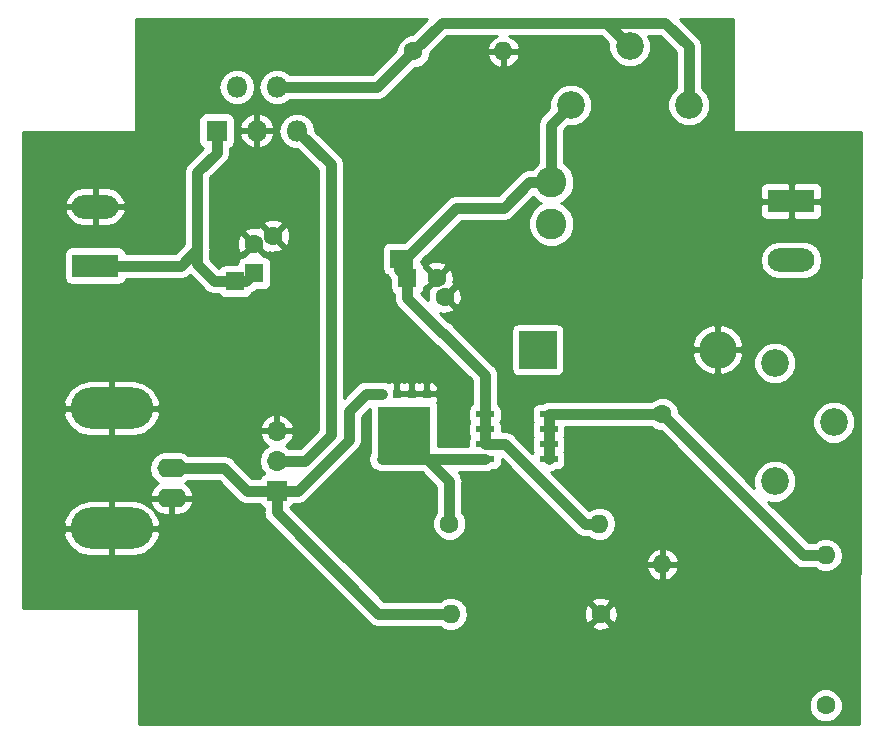
<source format=gbr>
G04 #@! TF.GenerationSoftware,KiCad,Pcbnew,5.0.2-bee76a0~70~ubuntu18.04.1*
G04 #@! TF.CreationDate,2019-05-08T10:40:33+01:00*
G04 #@! TF.ProjectId,lm2596_cc_vc,6c6d3235-3936-45f6-9363-5f76632e6b69,rev?*
G04 #@! TF.SameCoordinates,Original*
G04 #@! TF.FileFunction,Copper,L1,Top*
G04 #@! TF.FilePolarity,Positive*
%FSLAX46Y46*%
G04 Gerber Fmt 4.6, Leading zero omitted, Abs format (unit mm)*
G04 Created by KiCad (PCBNEW 5.0.2-bee76a0~70~ubuntu18.04.1) date Wed 08 May 2019 10:40:33 BST*
%MOMM*%
%LPD*%
G01*
G04 APERTURE LIST*
G04 #@! TA.AperFunction,ComponentPad*
%ADD10C,1.600000*%
G04 #@! TD*
G04 #@! TA.AperFunction,ComponentPad*
%ADD11R,1.600000X1.600000*%
G04 #@! TD*
G04 #@! TA.AperFunction,ComponentPad*
%ADD12R,3.200000X3.200000*%
G04 #@! TD*
G04 #@! TA.AperFunction,ComponentPad*
%ADD13O,3.200000X3.200000*%
G04 #@! TD*
G04 #@! TA.AperFunction,ComponentPad*
%ADD14O,7.000000X3.500000*%
G04 #@! TD*
G04 #@! TA.AperFunction,ComponentPad*
%ADD15O,2.500000X1.600000*%
G04 #@! TD*
G04 #@! TA.AperFunction,ComponentPad*
%ADD16R,1.700000X1.700000*%
G04 #@! TD*
G04 #@! TA.AperFunction,ComponentPad*
%ADD17O,1.700000X1.700000*%
G04 #@! TD*
G04 #@! TA.AperFunction,ComponentPad*
%ADD18C,2.600000*%
G04 #@! TD*
G04 #@! TA.AperFunction,ComponentPad*
%ADD19O,1.600000X1.600000*%
G04 #@! TD*
G04 #@! TA.AperFunction,ComponentPad*
%ADD20C,2.340000*%
G04 #@! TD*
G04 #@! TA.AperFunction,ComponentPad*
%ADD21O,1.800000X1.800000*%
G04 #@! TD*
G04 #@! TA.AperFunction,ComponentPad*
%ADD22R,1.800000X1.800000*%
G04 #@! TD*
G04 #@! TA.AperFunction,ComponentPad*
%ADD23R,3.960000X1.980000*%
G04 #@! TD*
G04 #@! TA.AperFunction,ComponentPad*
%ADD24O,3.960000X1.980000*%
G04 #@! TD*
G04 #@! TA.AperFunction,SMDPad,CuDef*
%ADD25R,1.550000X0.600000*%
G04 #@! TD*
G04 #@! TA.AperFunction,SMDPad,CuDef*
%ADD26R,0.700000X0.800000*%
G04 #@! TD*
G04 #@! TA.AperFunction,SMDPad,CuDef*
%ADD27R,4.500000X4.290000*%
G04 #@! TD*
G04 #@! TA.AperFunction,Conductor*
%ADD28C,0.950000*%
G04 #@! TD*
G04 #@! TA.AperFunction,Conductor*
%ADD29C,0.254000*%
G04 #@! TD*
G04 APERTURE END LIST*
D10*
G04 #@! TO.P,C2,2*
G04 #@! TO.N,GND*
X66370000Y-86364063D03*
D11*
G04 #@! TO.P,C2,1*
G04 #@! TO.N,+24V*
X63170000Y-90205937D03*
D10*
G04 #@! TO.P,C2,2*
G04 #@! TO.N,GND*
X64770000Y-87035000D03*
D11*
G04 #@! TO.P,C2,1*
G04 #@! TO.N,+24V*
X64770000Y-89535000D03*
G04 #@! TD*
G04 #@! TO.P,C4,1*
G04 #@! TO.N,Net-(C4-Pad1)*
X77724000Y-89916000D03*
D10*
G04 #@! TO.P,C4,2*
G04 #@! TO.N,GND*
X80224000Y-89916000D03*
D11*
G04 #@! TO.P,C4,1*
G04 #@! TO.N,Net-(C4-Pad1)*
X77053063Y-88316000D03*
D10*
G04 #@! TO.P,C4,2*
G04 #@! TO.N,GND*
X80894937Y-91516000D03*
G04 #@! TD*
D12*
G04 #@! TO.P,D2,1*
G04 #@! TO.N,Net-(D2-Pad1)*
X88773000Y-96012000D03*
D13*
G04 #@! TO.P,D2,2*
G04 #@! TO.N,GND*
X104013000Y-96012000D03*
G04 #@! TD*
D14*
G04 #@! TO.P,J2,2*
G04 #@! TO.N,GND*
X52705000Y-111125000D03*
X52705000Y-100965000D03*
D15*
G04 #@! TO.P,J2,1*
G04 #@! TO.N,Net-(J2-Pad1)*
X57785000Y-106045000D03*
G04 #@! TO.P,J2,2*
G04 #@! TO.N,GND*
X57785000Y-108585000D03*
G04 #@! TD*
D16*
G04 #@! TO.P,J3,1*
G04 #@! TO.N,Net-(J2-Pad1)*
X66675000Y-107950000D03*
D17*
G04 #@! TO.P,J3,2*
G04 #@! TO.N,Net-(J3-Pad2)*
X66675000Y-105410000D03*
G04 #@! TO.P,J3,3*
G04 #@! TO.N,GND*
X66675000Y-102870000D03*
G04 #@! TD*
D18*
G04 #@! TO.P,L2,1*
G04 #@! TO.N,Net-(D2-Pad1)*
X89916000Y-85344000D03*
G04 #@! TO.P,L2,2*
G04 #@! TO.N,Net-(C4-Pad1)*
X89916000Y-81844000D03*
G04 #@! TD*
D10*
G04 #@! TO.P,R4,1*
G04 #@! TO.N,Net-(R4-Pad1)*
X78232000Y-70739000D03*
D19*
G04 #@! TO.P,R4,2*
G04 #@! TO.N,GND*
X85852000Y-70739000D03*
G04 #@! TD*
D20*
G04 #@! TO.P,RV1,1*
G04 #@! TO.N,Net-(R3-Pad1)*
X108839000Y-97155000D03*
G04 #@! TO.P,RV1,2*
G04 #@! TO.N,Net-(J4-Pad2)*
X113839000Y-102155000D03*
G04 #@! TO.P,RV1,3*
G04 #@! TO.N,N/C*
X108839000Y-107155000D03*
G04 #@! TD*
G04 #@! TO.P,RV2,3*
G04 #@! TO.N,Net-(R4-Pad1)*
X101567000Y-75311000D03*
G04 #@! TO.P,RV2,2*
X96567000Y-70311000D03*
G04 #@! TO.P,RV2,1*
G04 #@! TO.N,Net-(C4-Pad1)*
X91567000Y-75311000D03*
G04 #@! TD*
D21*
G04 #@! TO.P,U2,5*
G04 #@! TO.N,Net-(J3-Pad2)*
X68395000Y-77470000D03*
G04 #@! TO.P,U2,4*
G04 #@! TO.N,Net-(R4-Pad1)*
X66695000Y-73770000D03*
G04 #@! TO.P,U2,3*
G04 #@! TO.N,GND*
X64995000Y-77470000D03*
G04 #@! TO.P,U2,2*
G04 #@! TO.N,Net-(D2-Pad1)*
X63295000Y-73770000D03*
D22*
G04 #@! TO.P,U2,1*
G04 #@! TO.N,+24V*
X61595000Y-77470000D03*
G04 #@! TD*
D23*
G04 #@! TO.P,J1,1*
G04 #@! TO.N,+24V*
X51308000Y-88900000D03*
D24*
G04 #@! TO.P,J1,2*
G04 #@! TO.N,GND*
X51308000Y-83900000D03*
G04 #@! TD*
G04 #@! TO.P,J4,2*
G04 #@! TO.N,Net-(J4-Pad2)*
X110236000Y-88439000D03*
D23*
G04 #@! TO.P,J4,1*
G04 #@! TO.N,GND*
X110236000Y-83439000D03*
G04 #@! TD*
D25*
G04 #@! TO.P,Q1,1*
G04 #@! TO.N,Net-(C4-Pad1)*
X84295000Y-101473000D03*
G04 #@! TO.P,Q1,2*
X84295000Y-102743000D03*
G04 #@! TO.P,Q1,3*
X84295000Y-104013000D03*
G04 #@! TO.P,Q1,4*
G04 #@! TO.N,Net-(Q1-Pad4)*
X84295000Y-105283000D03*
G04 #@! TO.P,Q1,5*
G04 #@! TO.N,Net-(Q1-Pad5)*
X89695000Y-105283000D03*
G04 #@! TO.P,Q1,6*
X89695000Y-104013000D03*
G04 #@! TO.P,Q1,7*
X89695000Y-102743000D03*
G04 #@! TO.P,Q1,8*
X89695000Y-101473000D03*
G04 #@! TD*
D26*
G04 #@! TO.P,Q2,1*
G04 #@! TO.N,GND*
X79380000Y-99739000D03*
G04 #@! TO.P,Q2,2*
X78110000Y-99739000D03*
G04 #@! TO.P,Q2,3*
X76830000Y-99739000D03*
G04 #@! TO.P,Q2,4*
G04 #@! TO.N,Net-(J2-Pad1)*
X75560000Y-99739000D03*
G04 #@! TO.P,Q2,5*
G04 #@! TO.N,Net-(Q1-Pad4)*
X75560000Y-105239000D03*
X76830000Y-105239000D03*
X78110000Y-105239000D03*
X79380000Y-105239000D03*
D27*
X77470000Y-102989000D03*
G04 #@! TD*
D19*
G04 #@! TO.P,R1,2*
G04 #@! TO.N,Net-(C4-Pad1)*
X93980000Y-110744000D03*
D10*
G04 #@! TO.P,R1,1*
G04 #@! TO.N,Net-(Q1-Pad4)*
X81280000Y-110744000D03*
G04 #@! TD*
G04 #@! TO.P,R2,1*
G04 #@! TO.N,GND*
X94107000Y-118364000D03*
D19*
G04 #@! TO.P,R2,2*
G04 #@! TO.N,Net-(J2-Pad1)*
X81407000Y-118364000D03*
G04 #@! TD*
G04 #@! TO.P,R3,2*
G04 #@! TO.N,Net-(Q1-Pad5)*
X113157000Y-113411000D03*
D10*
G04 #@! TO.P,R3,1*
G04 #@! TO.N,Net-(R3-Pad1)*
X113157000Y-126111000D03*
G04 #@! TD*
G04 #@! TO.P,R5,1*
G04 #@! TO.N,Net-(Q1-Pad5)*
X99314000Y-101473000D03*
D19*
G04 #@! TO.P,R5,2*
G04 #@! TO.N,GND*
X99314000Y-114173000D03*
G04 #@! TD*
D28*
G04 #@! TO.N,+24V*
X64099063Y-90205937D02*
X64770000Y-89535000D01*
X63170000Y-90205937D02*
X64099063Y-90205937D01*
X59944000Y-88773000D02*
X61376937Y-90205937D01*
X61376937Y-90205937D02*
X63170000Y-90205937D01*
X61595000Y-77470000D02*
X61595000Y-79320000D01*
X61595000Y-79320000D02*
X59944000Y-80971000D01*
X58547000Y-88900000D02*
X59944000Y-87503000D01*
X51308000Y-88900000D02*
X58547000Y-88900000D01*
X59944000Y-80971000D02*
X59944000Y-87503000D01*
X59944000Y-87503000D02*
X59944000Y-88773000D01*
G04 #@! TO.N,Net-(C4-Pad1)*
X88077523Y-81844000D02*
X85902800Y-84018723D01*
X89916000Y-81844000D02*
X88077523Y-81844000D01*
X77724000Y-88166000D02*
X77724000Y-89916000D01*
X81871277Y-84018723D02*
X77724000Y-88166000D01*
X85902800Y-84018723D02*
X81871277Y-84018723D01*
X77053063Y-89245063D02*
X77724000Y-89916000D01*
X77053063Y-88316000D02*
X77053063Y-89245063D01*
X77724000Y-91666000D02*
X80673000Y-94615000D01*
X77724000Y-89916000D02*
X77724000Y-91666000D01*
X80673000Y-94615000D02*
X80772000Y-94615000D01*
X84295000Y-98138000D02*
X84295000Y-104013000D01*
X80772000Y-94615000D02*
X84295000Y-98138000D01*
X89916000Y-76962000D02*
X91567000Y-75311000D01*
X89916000Y-81844000D02*
X89916000Y-76962000D01*
X92751000Y-110744000D02*
X93980000Y-110744000D01*
X84295000Y-104013000D02*
X86020000Y-104013000D01*
X86020000Y-104013000D02*
X92751000Y-110744000D01*
G04 #@! TO.N,Net-(J2-Pad1)*
X57785000Y-106045000D02*
X62230000Y-106045000D01*
X64135000Y-107950000D02*
X66675000Y-107950000D01*
X62230000Y-106045000D02*
X64135000Y-107950000D01*
X68475000Y-107950000D02*
X72771000Y-103654000D01*
X66675000Y-107950000D02*
X68475000Y-107950000D01*
X74260000Y-99739000D02*
X75560000Y-99739000D01*
X72771000Y-101228000D02*
X74260000Y-99739000D01*
X72771000Y-103654000D02*
X72771000Y-101228000D01*
X66675000Y-109750000D02*
X66675000Y-107950000D01*
X75289000Y-118364000D02*
X66675000Y-109750000D01*
X81407000Y-118364000D02*
X75289000Y-118364000D01*
G04 #@! TO.N,Net-(J3-Pad2)*
X71247000Y-103251000D02*
X69088000Y-105410000D01*
X68395000Y-77470000D02*
X71247000Y-80322000D01*
X69088000Y-105410000D02*
X66675000Y-105410000D01*
X71247000Y-80322000D02*
X71247000Y-103251000D01*
G04 #@! TO.N,Net-(Q1-Pad4)*
X76874000Y-105283000D02*
X76830000Y-105239000D01*
X84295000Y-105283000D02*
X76874000Y-105283000D01*
X76830000Y-105239000D02*
X75560000Y-105239000D01*
X76830000Y-103629000D02*
X77470000Y-102989000D01*
X76830000Y-105239000D02*
X76830000Y-103629000D01*
X81280000Y-107139000D02*
X79380000Y-105239000D01*
X81280000Y-110744000D02*
X81280000Y-107139000D01*
G04 #@! TO.N,Net-(Q1-Pad5)*
X89695000Y-101473000D02*
X89695000Y-105283000D01*
X89695000Y-101473000D02*
X99314000Y-101473000D01*
X111252000Y-113411000D02*
X113157000Y-113411000D01*
X99314000Y-101473000D02*
X111252000Y-113411000D01*
G04 #@! TO.N,Net-(R4-Pad1)*
X75201000Y-73770000D02*
X78232000Y-70739000D01*
X66695000Y-73770000D02*
X75201000Y-73770000D01*
X94582000Y-68326000D02*
X96567000Y-70311000D01*
X78232000Y-70739000D02*
X80645000Y-68326000D01*
X80645000Y-68326000D02*
X94582000Y-68326000D01*
X94582000Y-68326000D02*
X99568000Y-68326000D01*
X101567000Y-70325000D02*
X101567000Y-75311000D01*
X99568000Y-68326000D02*
X101567000Y-70325000D01*
G04 #@! TD*
D29*
G04 #@! TO.N,GND*
G36*
X78097223Y-69304000D02*
X77946561Y-69304000D01*
X77419138Y-69522466D01*
X77015466Y-69926138D01*
X76797000Y-70453561D01*
X76797000Y-70604222D01*
X74741224Y-72660000D01*
X67796694Y-72660000D01*
X67293927Y-72324062D01*
X66846182Y-72235000D01*
X66543818Y-72235000D01*
X66096073Y-72324062D01*
X65588327Y-72663327D01*
X65249062Y-73171073D01*
X65129928Y-73770000D01*
X65249062Y-74368927D01*
X65588327Y-74876673D01*
X66096073Y-75215938D01*
X66543818Y-75305000D01*
X66846182Y-75305000D01*
X67293927Y-75215938D01*
X67796694Y-74880000D01*
X75091681Y-74880000D01*
X75201000Y-74901745D01*
X75310319Y-74880000D01*
X75310324Y-74880000D01*
X75634100Y-74815597D01*
X76001265Y-74570265D01*
X76063193Y-74477583D01*
X78366778Y-72174000D01*
X78517439Y-72174000D01*
X79044862Y-71955534D01*
X79448534Y-71551862D01*
X79640655Y-71088039D01*
X84460096Y-71088039D01*
X84620959Y-71476423D01*
X84996866Y-71891389D01*
X85502959Y-72130914D01*
X85725000Y-72009629D01*
X85725000Y-70866000D01*
X85979000Y-70866000D01*
X85979000Y-72009629D01*
X86201041Y-72130914D01*
X86707134Y-71891389D01*
X87083041Y-71476423D01*
X87243904Y-71088039D01*
X87121915Y-70866000D01*
X85979000Y-70866000D01*
X85725000Y-70866000D01*
X84582085Y-70866000D01*
X84460096Y-71088039D01*
X79640655Y-71088039D01*
X79667000Y-71024439D01*
X79667000Y-70873777D01*
X81104778Y-69436000D01*
X85315092Y-69436000D01*
X84996866Y-69586611D01*
X84620959Y-70001577D01*
X84460096Y-70389961D01*
X84582085Y-70612000D01*
X85725000Y-70612000D01*
X85725000Y-70592000D01*
X85979000Y-70592000D01*
X85979000Y-70612000D01*
X87121915Y-70612000D01*
X87243904Y-70389961D01*
X87083041Y-70001577D01*
X86707134Y-69586611D01*
X86388908Y-69436000D01*
X94122224Y-69436000D01*
X94762000Y-70075776D01*
X94762000Y-70670037D01*
X95036795Y-71333450D01*
X95544550Y-71841205D01*
X96207963Y-72116000D01*
X96926037Y-72116000D01*
X97589450Y-71841205D01*
X98097205Y-71333450D01*
X98372000Y-70670037D01*
X98372000Y-69951963D01*
X98158281Y-69436000D01*
X99108224Y-69436000D01*
X100457000Y-70784777D01*
X100457001Y-73868344D01*
X100036795Y-74288550D01*
X99762000Y-74951963D01*
X99762000Y-75670037D01*
X100036795Y-76333450D01*
X100544550Y-76841205D01*
X101207963Y-77116000D01*
X101926037Y-77116000D01*
X102589450Y-76841205D01*
X103097205Y-76333450D01*
X103372000Y-75670037D01*
X103372000Y-74951963D01*
X103097205Y-74288550D01*
X102677000Y-73868345D01*
X102677000Y-70434319D01*
X102698745Y-70325000D01*
X102677000Y-70215680D01*
X102677000Y-70215676D01*
X102612597Y-69891900D01*
X102367265Y-69524735D01*
X102274586Y-69462809D01*
X100831776Y-68020000D01*
X105283000Y-68020000D01*
X105283000Y-77470000D01*
X105292667Y-77518601D01*
X105320197Y-77559803D01*
X105361399Y-77587333D01*
X105410000Y-77597000D01*
X116108612Y-77597000D01*
X116004475Y-127687000D01*
X54991000Y-127687000D01*
X54991000Y-125825561D01*
X111722000Y-125825561D01*
X111722000Y-126396439D01*
X111940466Y-126923862D01*
X112344138Y-127327534D01*
X112871561Y-127546000D01*
X113442439Y-127546000D01*
X113969862Y-127327534D01*
X114373534Y-126923862D01*
X114592000Y-126396439D01*
X114592000Y-125825561D01*
X114373534Y-125298138D01*
X113969862Y-124894466D01*
X113442439Y-124676000D01*
X112871561Y-124676000D01*
X112344138Y-124894466D01*
X111940466Y-125298138D01*
X111722000Y-125825561D01*
X54991000Y-125825561D01*
X54991000Y-117983000D01*
X54981333Y-117934399D01*
X54953803Y-117893197D01*
X54912601Y-117865667D01*
X54864000Y-117856000D01*
X45160000Y-117856000D01*
X45160000Y-111623003D01*
X48622573Y-111623003D01*
X48702946Y-111920367D01*
X49178747Y-112721647D01*
X49924967Y-113279852D01*
X50828000Y-113510000D01*
X52578000Y-113510000D01*
X52578000Y-111252000D01*
X52832000Y-111252000D01*
X52832000Y-113510000D01*
X54582000Y-113510000D01*
X55485033Y-113279852D01*
X56231253Y-112721647D01*
X56707054Y-111920367D01*
X56787427Y-111623003D01*
X56677625Y-111252000D01*
X52832000Y-111252000D01*
X52578000Y-111252000D01*
X48732375Y-111252000D01*
X48622573Y-111623003D01*
X45160000Y-111623003D01*
X45160000Y-110626997D01*
X48622573Y-110626997D01*
X48732375Y-110998000D01*
X52578000Y-110998000D01*
X52578000Y-108740000D01*
X52832000Y-108740000D01*
X52832000Y-110998000D01*
X56677625Y-110998000D01*
X56787427Y-110626997D01*
X56707054Y-110329633D01*
X56231253Y-109528353D01*
X55485033Y-108970148D01*
X55343352Y-108934039D01*
X55943096Y-108934039D01*
X55960633Y-109016819D01*
X56230500Y-109509896D01*
X56668517Y-109862166D01*
X57208000Y-110020000D01*
X57658000Y-110020000D01*
X57658000Y-108712000D01*
X57912000Y-108712000D01*
X57912000Y-110020000D01*
X58362000Y-110020000D01*
X58901483Y-109862166D01*
X59339500Y-109509896D01*
X59609367Y-109016819D01*
X59626904Y-108934039D01*
X59504915Y-108712000D01*
X57912000Y-108712000D01*
X57658000Y-108712000D01*
X56065085Y-108712000D01*
X55943096Y-108934039D01*
X55343352Y-108934039D01*
X54582000Y-108740000D01*
X52832000Y-108740000D01*
X52578000Y-108740000D01*
X50828000Y-108740000D01*
X49924967Y-108970148D01*
X49178747Y-109528353D01*
X48702946Y-110329633D01*
X48622573Y-110626997D01*
X45160000Y-110626997D01*
X45160000Y-106045000D01*
X55871887Y-106045000D01*
X55983260Y-106604909D01*
X56300423Y-107079577D01*
X56656499Y-107317499D01*
X56230500Y-107660104D01*
X55960633Y-108153181D01*
X55943096Y-108235961D01*
X56065085Y-108458000D01*
X57658000Y-108458000D01*
X57658000Y-108438000D01*
X57912000Y-108438000D01*
X57912000Y-108458000D01*
X59504915Y-108458000D01*
X59626904Y-108235961D01*
X59609367Y-108153181D01*
X59339500Y-107660104D01*
X58913501Y-107317499D01*
X59156698Y-107155000D01*
X61770224Y-107155000D01*
X63272808Y-108657585D01*
X63334735Y-108750265D01*
X63701900Y-108995597D01*
X64025676Y-109060000D01*
X64025680Y-109060000D01*
X64135000Y-109081745D01*
X64244319Y-109060000D01*
X65235018Y-109060000D01*
X65367191Y-109257809D01*
X65565000Y-109389982D01*
X65565000Y-109640680D01*
X65543255Y-109750000D01*
X65565000Y-109859319D01*
X65565000Y-109859323D01*
X65629403Y-110183099D01*
X65874735Y-110550265D01*
X65967417Y-110612194D01*
X74426808Y-119071585D01*
X74488735Y-119164265D01*
X74855900Y-119409597D01*
X75179676Y-119474000D01*
X75179680Y-119474000D01*
X75289000Y-119495745D01*
X75398320Y-119474000D01*
X80485302Y-119474000D01*
X80847091Y-119715740D01*
X81265667Y-119799000D01*
X81548333Y-119799000D01*
X81966909Y-119715740D01*
X82441577Y-119398577D01*
X82459505Y-119371745D01*
X93278861Y-119371745D01*
X93352995Y-119617864D01*
X93890223Y-119810965D01*
X94460454Y-119783778D01*
X94861005Y-119617864D01*
X94935139Y-119371745D01*
X94107000Y-118543605D01*
X93278861Y-119371745D01*
X82459505Y-119371745D01*
X82758740Y-118923909D01*
X82870113Y-118364000D01*
X82826994Y-118147223D01*
X92660035Y-118147223D01*
X92687222Y-118717454D01*
X92853136Y-119118005D01*
X93099255Y-119192139D01*
X93927395Y-118364000D01*
X94286605Y-118364000D01*
X95114745Y-119192139D01*
X95360864Y-119118005D01*
X95553965Y-118580777D01*
X95526778Y-118010546D01*
X95360864Y-117609995D01*
X95114745Y-117535861D01*
X94286605Y-118364000D01*
X93927395Y-118364000D01*
X93099255Y-117535861D01*
X92853136Y-117609995D01*
X92660035Y-118147223D01*
X82826994Y-118147223D01*
X82758740Y-117804091D01*
X82459506Y-117356255D01*
X93278861Y-117356255D01*
X94107000Y-118184395D01*
X94935139Y-117356255D01*
X94861005Y-117110136D01*
X94323777Y-116917035D01*
X93753546Y-116944222D01*
X93352995Y-117110136D01*
X93278861Y-117356255D01*
X82459506Y-117356255D01*
X82441577Y-117329423D01*
X81966909Y-117012260D01*
X81548333Y-116929000D01*
X81265667Y-116929000D01*
X80847091Y-117012260D01*
X80485302Y-117254000D01*
X75748777Y-117254000D01*
X73016818Y-114522041D01*
X97922086Y-114522041D01*
X98161611Y-115028134D01*
X98576577Y-115404041D01*
X98964961Y-115564904D01*
X99187000Y-115442915D01*
X99187000Y-114300000D01*
X99441000Y-114300000D01*
X99441000Y-115442915D01*
X99663039Y-115564904D01*
X100051423Y-115404041D01*
X100466389Y-115028134D01*
X100705914Y-114522041D01*
X100584629Y-114300000D01*
X99441000Y-114300000D01*
X99187000Y-114300000D01*
X98043371Y-114300000D01*
X97922086Y-114522041D01*
X73016818Y-114522041D01*
X72318736Y-113823959D01*
X97922086Y-113823959D01*
X98043371Y-114046000D01*
X99187000Y-114046000D01*
X99187000Y-112903085D01*
X99441000Y-112903085D01*
X99441000Y-114046000D01*
X100584629Y-114046000D01*
X100705914Y-113823959D01*
X100466389Y-113317866D01*
X100051423Y-112941959D01*
X99663039Y-112781096D01*
X99441000Y-112903085D01*
X99187000Y-112903085D01*
X98964961Y-112781096D01*
X98576577Y-112941959D01*
X98161611Y-113317866D01*
X97922086Y-113823959D01*
X72318736Y-113823959D01*
X67844800Y-109350024D01*
X67982809Y-109257809D01*
X68114982Y-109060000D01*
X68365681Y-109060000D01*
X68475000Y-109081745D01*
X68584319Y-109060000D01*
X68584324Y-109060000D01*
X68908100Y-108995597D01*
X69275265Y-108750265D01*
X69337193Y-108657583D01*
X73478586Y-104516191D01*
X73571265Y-104454265D01*
X73747294Y-104190819D01*
X73816596Y-104087102D01*
X73816596Y-104087101D01*
X73816597Y-104087100D01*
X73881000Y-103763324D01*
X73881000Y-103763321D01*
X73902745Y-103654001D01*
X73881000Y-103544681D01*
X73881000Y-101687776D01*
X74572560Y-100996217D01*
X74572560Y-104718862D01*
X74514403Y-104805900D01*
X74428254Y-105239000D01*
X74514403Y-105672100D01*
X74592347Y-105788752D01*
X74611843Y-105886765D01*
X74752191Y-106096809D01*
X74962235Y-106237157D01*
X75095604Y-106263685D01*
X75126900Y-106284597D01*
X75450676Y-106349000D01*
X76543473Y-106349000D01*
X76764676Y-106393000D01*
X76764680Y-106393000D01*
X76873999Y-106414745D01*
X76983319Y-106393000D01*
X78964224Y-106393000D01*
X80170001Y-107598778D01*
X80170000Y-109824604D01*
X80063466Y-109931138D01*
X79845000Y-110458561D01*
X79845000Y-111029439D01*
X80063466Y-111556862D01*
X80467138Y-111960534D01*
X80994561Y-112179000D01*
X81565439Y-112179000D01*
X82092862Y-111960534D01*
X82496534Y-111556862D01*
X82715000Y-111029439D01*
X82715000Y-110458561D01*
X82496534Y-109931138D01*
X82390000Y-109824604D01*
X82390000Y-107248319D01*
X82411745Y-107139000D01*
X82390000Y-107029680D01*
X82390000Y-107029676D01*
X82325597Y-106705900D01*
X82158349Y-106455596D01*
X82142192Y-106431415D01*
X82116524Y-106393000D01*
X84404324Y-106393000D01*
X84728100Y-106328597D01*
X84875002Y-106230440D01*
X85070000Y-106230440D01*
X85317765Y-106181157D01*
X85527809Y-106040809D01*
X85668157Y-105830765D01*
X85717440Y-105583000D01*
X85717440Y-105280216D01*
X91888808Y-111451585D01*
X91950735Y-111544265D01*
X92043414Y-111606191D01*
X92317898Y-111789596D01*
X92317899Y-111789596D01*
X92317900Y-111789597D01*
X92641676Y-111854000D01*
X92641679Y-111854000D01*
X92750999Y-111875745D01*
X92860319Y-111854000D01*
X93058302Y-111854000D01*
X93420091Y-112095740D01*
X93838667Y-112179000D01*
X94121333Y-112179000D01*
X94539909Y-112095740D01*
X95014577Y-111778577D01*
X95331740Y-111303909D01*
X95443113Y-110744000D01*
X95331740Y-110184091D01*
X95014577Y-109709423D01*
X94539909Y-109392260D01*
X94121333Y-109309000D01*
X93838667Y-109309000D01*
X93420091Y-109392260D01*
X93149704Y-109572927D01*
X89942326Y-106365550D01*
X90128100Y-106328597D01*
X90275002Y-106230440D01*
X90470000Y-106230440D01*
X90717765Y-106181157D01*
X90927809Y-106040809D01*
X91068157Y-105830765D01*
X91117440Y-105583000D01*
X91117440Y-104983000D01*
X91068157Y-104735235D01*
X91009868Y-104648000D01*
X91068157Y-104560765D01*
X91117440Y-104313000D01*
X91117440Y-103713000D01*
X91068157Y-103465235D01*
X91009868Y-103378000D01*
X91068157Y-103290765D01*
X91117440Y-103043000D01*
X91117440Y-102583000D01*
X98394604Y-102583000D01*
X98501138Y-102689534D01*
X99028561Y-102908000D01*
X99179224Y-102908000D01*
X110389808Y-114118585D01*
X110451735Y-114211265D01*
X110544415Y-114273192D01*
X110818899Y-114456597D01*
X110898855Y-114472501D01*
X111142676Y-114521000D01*
X111142679Y-114521000D01*
X111252000Y-114542745D01*
X111361321Y-114521000D01*
X112235302Y-114521000D01*
X112597091Y-114762740D01*
X113015667Y-114846000D01*
X113298333Y-114846000D01*
X113716909Y-114762740D01*
X114191577Y-114445577D01*
X114508740Y-113970909D01*
X114620113Y-113411000D01*
X114508740Y-112851091D01*
X114191577Y-112376423D01*
X113716909Y-112059260D01*
X113298333Y-111976000D01*
X113015667Y-111976000D01*
X112597091Y-112059260D01*
X112235302Y-112301000D01*
X111711777Y-112301000D01*
X108293570Y-108882793D01*
X108479963Y-108960000D01*
X109198037Y-108960000D01*
X109861450Y-108685205D01*
X110369205Y-108177450D01*
X110644000Y-107514037D01*
X110644000Y-106795963D01*
X110369205Y-106132550D01*
X109861450Y-105624795D01*
X109198037Y-105350000D01*
X108479963Y-105350000D01*
X107816550Y-105624795D01*
X107308795Y-106132550D01*
X107034000Y-106795963D01*
X107034000Y-107514037D01*
X107111207Y-107700430D01*
X101206740Y-101795963D01*
X112034000Y-101795963D01*
X112034000Y-102514037D01*
X112308795Y-103177450D01*
X112816550Y-103685205D01*
X113479963Y-103960000D01*
X114198037Y-103960000D01*
X114861450Y-103685205D01*
X115369205Y-103177450D01*
X115644000Y-102514037D01*
X115644000Y-101795963D01*
X115369205Y-101132550D01*
X114861450Y-100624795D01*
X114198037Y-100350000D01*
X113479963Y-100350000D01*
X112816550Y-100624795D01*
X112308795Y-101132550D01*
X112034000Y-101795963D01*
X101206740Y-101795963D01*
X100749000Y-101338224D01*
X100749000Y-101187561D01*
X100530534Y-100660138D01*
X100126862Y-100256466D01*
X99599439Y-100038000D01*
X99028561Y-100038000D01*
X98501138Y-100256466D01*
X98394604Y-100363000D01*
X89804324Y-100363000D01*
X89695000Y-100341254D01*
X89585676Y-100363000D01*
X89261900Y-100427403D01*
X89114998Y-100525560D01*
X88920000Y-100525560D01*
X88672235Y-100574843D01*
X88462191Y-100715191D01*
X88321843Y-100925235D01*
X88272560Y-101173000D01*
X88272560Y-101773000D01*
X88321843Y-102020765D01*
X88380132Y-102108000D01*
X88321843Y-102195235D01*
X88272560Y-102443000D01*
X88272560Y-103043000D01*
X88321843Y-103290765D01*
X88380132Y-103378000D01*
X88321843Y-103465235D01*
X88272560Y-103713000D01*
X88272560Y-104313000D01*
X88321843Y-104560765D01*
X88380132Y-104648000D01*
X88321843Y-104735235D01*
X88320212Y-104743436D01*
X86882193Y-103305417D01*
X86820265Y-103212735D01*
X86453100Y-102967403D01*
X86129324Y-102903000D01*
X86129319Y-102903000D01*
X86020000Y-102881255D01*
X85910681Y-102903000D01*
X85717440Y-102903000D01*
X85717440Y-102443000D01*
X85668157Y-102195235D01*
X85609868Y-102108000D01*
X85668157Y-102020765D01*
X85717440Y-101773000D01*
X85717440Y-101173000D01*
X85668157Y-100925235D01*
X85527809Y-100715191D01*
X85405000Y-100633132D01*
X85405000Y-98247319D01*
X85426745Y-98137999D01*
X85405000Y-98028677D01*
X85405000Y-98028676D01*
X85340597Y-97704900D01*
X85095265Y-97337735D01*
X85002586Y-97275809D01*
X82138777Y-94412000D01*
X86525560Y-94412000D01*
X86525560Y-97612000D01*
X86574843Y-97859765D01*
X86715191Y-98069809D01*
X86925235Y-98210157D01*
X87173000Y-98259440D01*
X90373000Y-98259440D01*
X90620765Y-98210157D01*
X90830809Y-98069809D01*
X90971157Y-97859765D01*
X91020440Y-97612000D01*
X91020440Y-96486503D01*
X101828950Y-96486503D01*
X102133114Y-97220836D01*
X102738813Y-97848220D01*
X103538496Y-98196056D01*
X103886000Y-98084645D01*
X103886000Y-96139000D01*
X104140000Y-96139000D01*
X104140000Y-98084645D01*
X104487504Y-98196056D01*
X105287187Y-97848220D01*
X105892886Y-97220836D01*
X106068870Y-96795963D01*
X107034000Y-96795963D01*
X107034000Y-97514037D01*
X107308795Y-98177450D01*
X107816550Y-98685205D01*
X108479963Y-98960000D01*
X109198037Y-98960000D01*
X109861450Y-98685205D01*
X110369205Y-98177450D01*
X110644000Y-97514037D01*
X110644000Y-96795963D01*
X110369205Y-96132550D01*
X109861450Y-95624795D01*
X109198037Y-95350000D01*
X108479963Y-95350000D01*
X107816550Y-95624795D01*
X107308795Y-96132550D01*
X107034000Y-96795963D01*
X106068870Y-96795963D01*
X106197050Y-96486503D01*
X106085362Y-96139000D01*
X104140000Y-96139000D01*
X103886000Y-96139000D01*
X101940638Y-96139000D01*
X101828950Y-96486503D01*
X91020440Y-96486503D01*
X91020440Y-95537497D01*
X101828950Y-95537497D01*
X101940638Y-95885000D01*
X103886000Y-95885000D01*
X103886000Y-93939355D01*
X104140000Y-93939355D01*
X104140000Y-95885000D01*
X106085362Y-95885000D01*
X106197050Y-95537497D01*
X105892886Y-94803164D01*
X105287187Y-94175780D01*
X104487504Y-93827944D01*
X104140000Y-93939355D01*
X103886000Y-93939355D01*
X103538496Y-93827944D01*
X102738813Y-94175780D01*
X102133114Y-94803164D01*
X101828950Y-95537497D01*
X91020440Y-95537497D01*
X91020440Y-94412000D01*
X90971157Y-94164235D01*
X90830809Y-93954191D01*
X90620765Y-93813843D01*
X90373000Y-93764560D01*
X87173000Y-93764560D01*
X86925235Y-93813843D01*
X86715191Y-93954191D01*
X86574843Y-94164235D01*
X86525560Y-94412000D01*
X82138777Y-94412000D01*
X81634193Y-93907417D01*
X81572265Y-93814735D01*
X81205100Y-93569403D01*
X81195213Y-93567436D01*
X80541688Y-92913912D01*
X80678160Y-92962965D01*
X81248391Y-92935778D01*
X81648942Y-92769864D01*
X81723076Y-92523745D01*
X80894937Y-91695605D01*
X80880795Y-91709748D01*
X80701189Y-91530142D01*
X80715332Y-91516000D01*
X81074542Y-91516000D01*
X81902682Y-92344139D01*
X82148801Y-92270005D01*
X82341902Y-91732777D01*
X82314715Y-91162546D01*
X82148801Y-90761995D01*
X81902682Y-90687861D01*
X81074542Y-91516000D01*
X80715332Y-91516000D01*
X80701190Y-91501858D01*
X80880795Y-91322253D01*
X80894937Y-91336395D01*
X81723076Y-90508255D01*
X81648942Y-90262136D01*
X81627268Y-90254346D01*
X81670965Y-90132777D01*
X81643778Y-89562546D01*
X81477864Y-89161995D01*
X81231745Y-89087861D01*
X80403605Y-89916000D01*
X80417748Y-89930143D01*
X80238143Y-90109748D01*
X80224000Y-90095605D01*
X79395861Y-90923745D01*
X79469995Y-91169864D01*
X79491669Y-91177654D01*
X79447972Y-91299223D01*
X79474054Y-91846278D01*
X78873773Y-91245997D01*
X78981809Y-91173809D01*
X79122157Y-90963765D01*
X79168693Y-90729813D01*
X79216255Y-90744139D01*
X80044395Y-89916000D01*
X79216255Y-89087861D01*
X79168693Y-89102187D01*
X79130118Y-88908255D01*
X79395861Y-88908255D01*
X80224000Y-89736395D01*
X81052139Y-88908255D01*
X80978005Y-88662136D01*
X80440777Y-88469035D01*
X79870546Y-88496222D01*
X79469995Y-88662136D01*
X79395861Y-88908255D01*
X79130118Y-88908255D01*
X79122157Y-88868235D01*
X78981809Y-88658191D01*
X78873773Y-88586003D01*
X79020776Y-88439000D01*
X107589165Y-88439000D01*
X107715284Y-89073043D01*
X108074441Y-89610559D01*
X108611957Y-89969716D01*
X109085955Y-90064000D01*
X111386045Y-90064000D01*
X111860043Y-89969716D01*
X112397559Y-89610559D01*
X112756716Y-89073043D01*
X112882835Y-88439000D01*
X112756716Y-87804957D01*
X112397559Y-87267441D01*
X111860043Y-86908284D01*
X111386045Y-86814000D01*
X109085955Y-86814000D01*
X108611957Y-86908284D01*
X108074441Y-87267441D01*
X107715284Y-87804957D01*
X107589165Y-88439000D01*
X79020776Y-88439000D01*
X82331054Y-85128723D01*
X85793481Y-85128723D01*
X85902800Y-85150468D01*
X86012119Y-85128723D01*
X86012124Y-85128723D01*
X86335900Y-85064320D01*
X86703065Y-84818988D01*
X86764993Y-84726306D01*
X88413398Y-83077902D01*
X88819910Y-83484414D01*
X89084475Y-83594000D01*
X88819910Y-83703586D01*
X88275586Y-84247910D01*
X87981000Y-84959105D01*
X87981000Y-85728895D01*
X88275586Y-86440090D01*
X88819910Y-86984414D01*
X89531105Y-87279000D01*
X90300895Y-87279000D01*
X91012090Y-86984414D01*
X91556414Y-86440090D01*
X91851000Y-85728895D01*
X91851000Y-84959105D01*
X91556414Y-84247910D01*
X91033254Y-83724750D01*
X107621000Y-83724750D01*
X107621000Y-84555309D01*
X107717673Y-84788698D01*
X107896301Y-84967327D01*
X108129690Y-85064000D01*
X109950250Y-85064000D01*
X110109000Y-84905250D01*
X110109000Y-83566000D01*
X110363000Y-83566000D01*
X110363000Y-84905250D01*
X110521750Y-85064000D01*
X112342310Y-85064000D01*
X112575699Y-84967327D01*
X112754327Y-84788698D01*
X112851000Y-84555309D01*
X112851000Y-83724750D01*
X112692250Y-83566000D01*
X110363000Y-83566000D01*
X110109000Y-83566000D01*
X107779750Y-83566000D01*
X107621000Y-83724750D01*
X91033254Y-83724750D01*
X91012090Y-83703586D01*
X90747525Y-83594000D01*
X91012090Y-83484414D01*
X91556414Y-82940090D01*
X91812148Y-82322691D01*
X107621000Y-82322691D01*
X107621000Y-83153250D01*
X107779750Y-83312000D01*
X110109000Y-83312000D01*
X110109000Y-81972750D01*
X110363000Y-81972750D01*
X110363000Y-83312000D01*
X112692250Y-83312000D01*
X112851000Y-83153250D01*
X112851000Y-82322691D01*
X112754327Y-82089302D01*
X112575699Y-81910673D01*
X112342310Y-81814000D01*
X110521750Y-81814000D01*
X110363000Y-81972750D01*
X110109000Y-81972750D01*
X109950250Y-81814000D01*
X108129690Y-81814000D01*
X107896301Y-81910673D01*
X107717673Y-82089302D01*
X107621000Y-82322691D01*
X91812148Y-82322691D01*
X91851000Y-82228895D01*
X91851000Y-81459105D01*
X91556414Y-80747910D01*
X91026000Y-80217496D01*
X91026000Y-77421776D01*
X91331776Y-77116000D01*
X91926037Y-77116000D01*
X92589450Y-76841205D01*
X93097205Y-76333450D01*
X93372000Y-75670037D01*
X93372000Y-74951963D01*
X93097205Y-74288550D01*
X92589450Y-73780795D01*
X91926037Y-73506000D01*
X91207963Y-73506000D01*
X90544550Y-73780795D01*
X90036795Y-74288550D01*
X89762000Y-74951963D01*
X89762000Y-75546224D01*
X89208415Y-76099809D01*
X89115736Y-76161735D01*
X89053809Y-76254415D01*
X89053808Y-76254416D01*
X88870404Y-76528900D01*
X88784255Y-76962000D01*
X88806001Y-77071324D01*
X88806000Y-80217496D01*
X88289496Y-80734000D01*
X88186842Y-80734000D01*
X88077523Y-80712255D01*
X87968203Y-80734000D01*
X87968199Y-80734000D01*
X87644423Y-80798403D01*
X87549727Y-80861677D01*
X87386114Y-80971000D01*
X87277258Y-81043735D01*
X87215331Y-81136415D01*
X85443024Y-82908723D01*
X81980596Y-82908723D01*
X81871276Y-82886978D01*
X81761956Y-82908723D01*
X81761953Y-82908723D01*
X81438177Y-82973126D01*
X81438176Y-82973127D01*
X81438175Y-82973127D01*
X81257995Y-83093520D01*
X81071012Y-83218458D01*
X81009085Y-83311138D01*
X77451664Y-86868560D01*
X76253063Y-86868560D01*
X76005298Y-86917843D01*
X75795254Y-87058191D01*
X75654906Y-87268235D01*
X75605623Y-87516000D01*
X75605623Y-89116000D01*
X75654906Y-89363765D01*
X75795254Y-89573809D01*
X76005298Y-89714157D01*
X76035536Y-89720172D01*
X76186161Y-89945597D01*
X76252799Y-90045328D01*
X76276560Y-90061205D01*
X76276560Y-90716000D01*
X76325843Y-90963765D01*
X76466191Y-91173809D01*
X76614000Y-91272573D01*
X76614000Y-91556681D01*
X76592255Y-91666000D01*
X76614000Y-91775319D01*
X76614000Y-91775324D01*
X76678404Y-92099100D01*
X76923736Y-92466265D01*
X77016415Y-92528191D01*
X79810807Y-95322584D01*
X79872735Y-95415265D01*
X80239900Y-95660597D01*
X80249788Y-95662564D01*
X83185000Y-98597777D01*
X83185000Y-100633132D01*
X83062191Y-100715191D01*
X82921843Y-100925235D01*
X82872560Y-101173000D01*
X82872560Y-101773000D01*
X82921843Y-102020765D01*
X82980132Y-102108000D01*
X82921843Y-102195235D01*
X82872560Y-102443000D01*
X82872560Y-103043000D01*
X82921843Y-103290765D01*
X82980132Y-103378000D01*
X82921843Y-103465235D01*
X82872560Y-103713000D01*
X82872560Y-104173000D01*
X80367440Y-104173000D01*
X80367440Y-100844000D01*
X80318157Y-100596235D01*
X80259130Y-100507896D01*
X80268327Y-100498699D01*
X80365000Y-100265310D01*
X80365000Y-100024750D01*
X80206250Y-99866000D01*
X79507000Y-99866000D01*
X79507000Y-99886000D01*
X79253000Y-99886000D01*
X79253000Y-99866000D01*
X78237000Y-99866000D01*
X78237000Y-99886000D01*
X77983000Y-99886000D01*
X77983000Y-99866000D01*
X76957000Y-99866000D01*
X76957000Y-99886000D01*
X76703000Y-99886000D01*
X76703000Y-99866000D01*
X76683000Y-99866000D01*
X76683000Y-99782969D01*
X76691746Y-99739000D01*
X76683000Y-99695031D01*
X76683000Y-99612000D01*
X76703000Y-99612000D01*
X76703000Y-98862750D01*
X76957000Y-98862750D01*
X76957000Y-99612000D01*
X77983000Y-99612000D01*
X77983000Y-98862750D01*
X78237000Y-98862750D01*
X78237000Y-99612000D01*
X79253000Y-99612000D01*
X79253000Y-98862750D01*
X79507000Y-98862750D01*
X79507000Y-99612000D01*
X80206250Y-99612000D01*
X80365000Y-99453250D01*
X80365000Y-99212690D01*
X80268327Y-98979301D01*
X80089698Y-98800673D01*
X79856309Y-98704000D01*
X79665750Y-98704000D01*
X79507000Y-98862750D01*
X79253000Y-98862750D01*
X79094250Y-98704000D01*
X78903691Y-98704000D01*
X78745000Y-98769732D01*
X78586309Y-98704000D01*
X78395750Y-98704000D01*
X78237000Y-98862750D01*
X77983000Y-98862750D01*
X77824250Y-98704000D01*
X77633691Y-98704000D01*
X77470000Y-98771803D01*
X77306309Y-98704000D01*
X77115750Y-98704000D01*
X76957000Y-98862750D01*
X76703000Y-98862750D01*
X76544250Y-98704000D01*
X76353691Y-98704000D01*
X76198704Y-98768198D01*
X76157765Y-98740843D01*
X76024396Y-98714315D01*
X75993100Y-98693403D01*
X75669324Y-98629000D01*
X74369319Y-98629000D01*
X74260000Y-98607255D01*
X74150680Y-98629000D01*
X74150676Y-98629000D01*
X73826900Y-98693403D01*
X73755901Y-98740843D01*
X73573455Y-98862750D01*
X73459735Y-98938735D01*
X73397808Y-99031415D01*
X72357000Y-100072224D01*
X72357000Y-80431319D01*
X72378745Y-80321999D01*
X72357000Y-80212680D01*
X72357000Y-80212676D01*
X72292597Y-79888900D01*
X72047265Y-79521735D01*
X71954586Y-79459809D01*
X69958904Y-77464128D01*
X69840938Y-76871073D01*
X69501673Y-76363327D01*
X68993927Y-76024062D01*
X68546182Y-75935000D01*
X68243818Y-75935000D01*
X67796073Y-76024062D01*
X67288327Y-76363327D01*
X66949062Y-76871073D01*
X66829928Y-77470000D01*
X66949062Y-78068927D01*
X67288327Y-78576673D01*
X67796073Y-78915938D01*
X68243818Y-79005000D01*
X68360224Y-79005000D01*
X70137000Y-80781777D01*
X70137001Y-102791222D01*
X68628224Y-104300000D01*
X67686696Y-104300000D01*
X67426522Y-104126157D01*
X67556358Y-104065183D01*
X67946645Y-103636924D01*
X68116476Y-103226890D01*
X67995155Y-102997000D01*
X66802000Y-102997000D01*
X66802000Y-103017000D01*
X66548000Y-103017000D01*
X66548000Y-102997000D01*
X65354845Y-102997000D01*
X65233524Y-103226890D01*
X65403355Y-103636924D01*
X65793642Y-104065183D01*
X65923478Y-104126157D01*
X65604375Y-104339375D01*
X65276161Y-104830582D01*
X65160908Y-105410000D01*
X65276161Y-105989418D01*
X65604375Y-106480625D01*
X65622619Y-106492816D01*
X65577235Y-106501843D01*
X65367191Y-106642191D01*
X65235018Y-106840000D01*
X64594777Y-106840000D01*
X63092193Y-105337417D01*
X63030265Y-105244735D01*
X62663100Y-104999403D01*
X62339324Y-104935000D01*
X62339319Y-104935000D01*
X62230000Y-104913255D01*
X62120681Y-104935000D01*
X59156698Y-104935000D01*
X58794909Y-104693260D01*
X58376333Y-104610000D01*
X57193667Y-104610000D01*
X56775091Y-104693260D01*
X56300423Y-105010423D01*
X55983260Y-105485091D01*
X55871887Y-106045000D01*
X45160000Y-106045000D01*
X45160000Y-101463003D01*
X48622573Y-101463003D01*
X48702946Y-101760367D01*
X49178747Y-102561647D01*
X49924967Y-103119852D01*
X50828000Y-103350000D01*
X52578000Y-103350000D01*
X52578000Y-101092000D01*
X52832000Y-101092000D01*
X52832000Y-103350000D01*
X54582000Y-103350000D01*
X55485033Y-103119852D01*
X56231253Y-102561647D01*
X56260074Y-102513110D01*
X65233524Y-102513110D01*
X65354845Y-102743000D01*
X66548000Y-102743000D01*
X66548000Y-101549181D01*
X66802000Y-101549181D01*
X66802000Y-102743000D01*
X67995155Y-102743000D01*
X68116476Y-102513110D01*
X67946645Y-102103076D01*
X67556358Y-101674817D01*
X67031892Y-101428514D01*
X66802000Y-101549181D01*
X66548000Y-101549181D01*
X66318108Y-101428514D01*
X65793642Y-101674817D01*
X65403355Y-102103076D01*
X65233524Y-102513110D01*
X56260074Y-102513110D01*
X56707054Y-101760367D01*
X56787427Y-101463003D01*
X56677625Y-101092000D01*
X52832000Y-101092000D01*
X52578000Y-101092000D01*
X48732375Y-101092000D01*
X48622573Y-101463003D01*
X45160000Y-101463003D01*
X45160000Y-100466997D01*
X48622573Y-100466997D01*
X48732375Y-100838000D01*
X52578000Y-100838000D01*
X52578000Y-98580000D01*
X52832000Y-98580000D01*
X52832000Y-100838000D01*
X56677625Y-100838000D01*
X56787427Y-100466997D01*
X56707054Y-100169633D01*
X56231253Y-99368353D01*
X55485033Y-98810148D01*
X54582000Y-98580000D01*
X52832000Y-98580000D01*
X52578000Y-98580000D01*
X50828000Y-98580000D01*
X49924967Y-98810148D01*
X49178747Y-99368353D01*
X48702946Y-100169633D01*
X48622573Y-100466997D01*
X45160000Y-100466997D01*
X45160000Y-87910000D01*
X48680560Y-87910000D01*
X48680560Y-89890000D01*
X48729843Y-90137765D01*
X48870191Y-90347809D01*
X49080235Y-90488157D01*
X49328000Y-90537440D01*
X53288000Y-90537440D01*
X53535765Y-90488157D01*
X53745809Y-90347809D01*
X53886157Y-90137765D01*
X53911571Y-90010000D01*
X58437681Y-90010000D01*
X58547000Y-90031745D01*
X58656319Y-90010000D01*
X58656324Y-90010000D01*
X58980100Y-89945597D01*
X59319824Y-89718600D01*
X60514745Y-90913522D01*
X60576672Y-91006202D01*
X60943837Y-91251534D01*
X61267613Y-91315937D01*
X61267617Y-91315937D01*
X61376937Y-91337682D01*
X61486256Y-91315937D01*
X61813427Y-91315937D01*
X61912191Y-91463746D01*
X62122235Y-91604094D01*
X62370000Y-91653377D01*
X63970000Y-91653377D01*
X64217765Y-91604094D01*
X64427809Y-91463746D01*
X64568157Y-91253702D01*
X64574171Y-91223465D01*
X64899328Y-91006202D01*
X64915205Y-90982440D01*
X65570000Y-90982440D01*
X65817765Y-90933157D01*
X66027809Y-90792809D01*
X66168157Y-90582765D01*
X66217440Y-90335000D01*
X66217440Y-88735000D01*
X66168157Y-88487235D01*
X66027809Y-88277191D01*
X65817765Y-88136843D01*
X65583813Y-88090307D01*
X65598139Y-88042745D01*
X64770000Y-87214605D01*
X63941861Y-88042745D01*
X63956187Y-88090307D01*
X63722235Y-88136843D01*
X63512191Y-88277191D01*
X63371843Y-88487235D01*
X63322560Y-88735000D01*
X63322560Y-88758497D01*
X62370000Y-88758497D01*
X62122235Y-88807780D01*
X61912191Y-88948128D01*
X61822755Y-89081978D01*
X61054000Y-88313224D01*
X61054000Y-87612321D01*
X61075745Y-87503001D01*
X61054000Y-87393681D01*
X61054000Y-86818223D01*
X63323035Y-86818223D01*
X63350222Y-87388454D01*
X63516136Y-87789005D01*
X63762255Y-87863139D01*
X64590395Y-87035000D01*
X63762255Y-86206861D01*
X63516136Y-86280995D01*
X63323035Y-86818223D01*
X61054000Y-86818223D01*
X61054000Y-86027255D01*
X63941861Y-86027255D01*
X64770000Y-86855395D01*
X64784143Y-86841253D01*
X64963748Y-87020858D01*
X64949605Y-87035000D01*
X65777745Y-87863139D01*
X66023864Y-87789005D01*
X66031654Y-87767331D01*
X66153223Y-87811028D01*
X66723454Y-87783841D01*
X67124005Y-87617927D01*
X67198139Y-87371808D01*
X66370000Y-86543668D01*
X66355858Y-86557811D01*
X66176253Y-86378206D01*
X66190395Y-86364063D01*
X66549605Y-86364063D01*
X67377745Y-87192202D01*
X67623864Y-87118068D01*
X67816965Y-86580840D01*
X67789778Y-86010609D01*
X67623864Y-85610058D01*
X67377745Y-85535924D01*
X66549605Y-86364063D01*
X66190395Y-86364063D01*
X65362255Y-85535924D01*
X65116136Y-85610058D01*
X65108346Y-85631732D01*
X64986777Y-85588035D01*
X64416546Y-85615222D01*
X64015995Y-85781136D01*
X63941861Y-86027255D01*
X61054000Y-86027255D01*
X61054000Y-85356318D01*
X65541861Y-85356318D01*
X66370000Y-86184458D01*
X67198139Y-85356318D01*
X67124005Y-85110199D01*
X66586777Y-84917098D01*
X66016546Y-84944285D01*
X65615995Y-85110199D01*
X65541861Y-85356318D01*
X61054000Y-85356318D01*
X61054000Y-81430776D01*
X62302585Y-80182192D01*
X62395265Y-80120265D01*
X62640597Y-79753100D01*
X62705000Y-79429324D01*
X62705000Y-79429320D01*
X62726745Y-79320000D01*
X62705000Y-79210680D01*
X62705000Y-78975669D01*
X62742765Y-78968157D01*
X62952809Y-78827809D01*
X63093157Y-78617765D01*
X63142440Y-78370000D01*
X63142440Y-77834740D01*
X63503964Y-77834740D01*
X63682760Y-78266417D01*
X64087424Y-78707966D01*
X64630258Y-78961046D01*
X64868000Y-78840997D01*
X64868000Y-77597000D01*
X65122000Y-77597000D01*
X65122000Y-78840997D01*
X65359742Y-78961046D01*
X65902576Y-78707966D01*
X66307240Y-78266417D01*
X66486036Y-77834740D01*
X66365378Y-77597000D01*
X65122000Y-77597000D01*
X64868000Y-77597000D01*
X63624622Y-77597000D01*
X63503964Y-77834740D01*
X63142440Y-77834740D01*
X63142440Y-77105260D01*
X63503964Y-77105260D01*
X63624622Y-77343000D01*
X64868000Y-77343000D01*
X64868000Y-76099003D01*
X65122000Y-76099003D01*
X65122000Y-77343000D01*
X66365378Y-77343000D01*
X66486036Y-77105260D01*
X66307240Y-76673583D01*
X65902576Y-76232034D01*
X65359742Y-75978954D01*
X65122000Y-76099003D01*
X64868000Y-76099003D01*
X64630258Y-75978954D01*
X64087424Y-76232034D01*
X63682760Y-76673583D01*
X63503964Y-77105260D01*
X63142440Y-77105260D01*
X63142440Y-76570000D01*
X63093157Y-76322235D01*
X62952809Y-76112191D01*
X62742765Y-75971843D01*
X62495000Y-75922560D01*
X60695000Y-75922560D01*
X60447235Y-75971843D01*
X60237191Y-76112191D01*
X60096843Y-76322235D01*
X60047560Y-76570000D01*
X60047560Y-78370000D01*
X60096843Y-78617765D01*
X60237191Y-78827809D01*
X60405172Y-78940051D01*
X59236417Y-80108807D01*
X59143735Y-80170735D01*
X58898403Y-80537901D01*
X58834000Y-80861677D01*
X58834000Y-80861681D01*
X58812255Y-80971000D01*
X58834000Y-81080320D01*
X58834001Y-87043222D01*
X58087223Y-87790000D01*
X53911571Y-87790000D01*
X53886157Y-87662235D01*
X53745809Y-87452191D01*
X53535765Y-87311843D01*
X53288000Y-87262560D01*
X49328000Y-87262560D01*
X49080235Y-87311843D01*
X48870191Y-87452191D01*
X48729843Y-87662235D01*
X48680560Y-87910000D01*
X45160000Y-87910000D01*
X45160000Y-84278865D01*
X48737782Y-84278865D01*
X48768095Y-84404528D01*
X49079149Y-84959246D01*
X49578807Y-85352703D01*
X50191000Y-85525000D01*
X51181000Y-85525000D01*
X51181000Y-84027000D01*
X51435000Y-84027000D01*
X51435000Y-85525000D01*
X52425000Y-85525000D01*
X53037193Y-85352703D01*
X53536851Y-84959246D01*
X53847905Y-84404528D01*
X53878218Y-84278865D01*
X53758740Y-84027000D01*
X51435000Y-84027000D01*
X51181000Y-84027000D01*
X48857260Y-84027000D01*
X48737782Y-84278865D01*
X45160000Y-84278865D01*
X45160000Y-83521135D01*
X48737782Y-83521135D01*
X48857260Y-83773000D01*
X51181000Y-83773000D01*
X51181000Y-82275000D01*
X51435000Y-82275000D01*
X51435000Y-83773000D01*
X53758740Y-83773000D01*
X53878218Y-83521135D01*
X53847905Y-83395472D01*
X53536851Y-82840754D01*
X53037193Y-82447297D01*
X52425000Y-82275000D01*
X51435000Y-82275000D01*
X51181000Y-82275000D01*
X50191000Y-82275000D01*
X49578807Y-82447297D01*
X49079149Y-82840754D01*
X48768095Y-83395472D01*
X48737782Y-83521135D01*
X45160000Y-83521135D01*
X45160000Y-77597000D01*
X54610000Y-77597000D01*
X54658601Y-77587333D01*
X54699803Y-77559803D01*
X54727333Y-77518601D01*
X54737000Y-77470000D01*
X54737000Y-73770000D01*
X61729928Y-73770000D01*
X61849062Y-74368927D01*
X62188327Y-74876673D01*
X62696073Y-75215938D01*
X63143818Y-75305000D01*
X63446182Y-75305000D01*
X63893927Y-75215938D01*
X64401673Y-74876673D01*
X64740938Y-74368927D01*
X64860072Y-73770000D01*
X64740938Y-73171073D01*
X64401673Y-72663327D01*
X63893927Y-72324062D01*
X63446182Y-72235000D01*
X63143818Y-72235000D01*
X62696073Y-72324062D01*
X62188327Y-72663327D01*
X61849062Y-73171073D01*
X61729928Y-73770000D01*
X54737000Y-73770000D01*
X54737000Y-68020000D01*
X79381222Y-68020000D01*
X78097223Y-69304000D01*
X78097223Y-69304000D01*
G37*
X78097223Y-69304000D02*
X77946561Y-69304000D01*
X77419138Y-69522466D01*
X77015466Y-69926138D01*
X76797000Y-70453561D01*
X76797000Y-70604222D01*
X74741224Y-72660000D01*
X67796694Y-72660000D01*
X67293927Y-72324062D01*
X66846182Y-72235000D01*
X66543818Y-72235000D01*
X66096073Y-72324062D01*
X65588327Y-72663327D01*
X65249062Y-73171073D01*
X65129928Y-73770000D01*
X65249062Y-74368927D01*
X65588327Y-74876673D01*
X66096073Y-75215938D01*
X66543818Y-75305000D01*
X66846182Y-75305000D01*
X67293927Y-75215938D01*
X67796694Y-74880000D01*
X75091681Y-74880000D01*
X75201000Y-74901745D01*
X75310319Y-74880000D01*
X75310324Y-74880000D01*
X75634100Y-74815597D01*
X76001265Y-74570265D01*
X76063193Y-74477583D01*
X78366778Y-72174000D01*
X78517439Y-72174000D01*
X79044862Y-71955534D01*
X79448534Y-71551862D01*
X79640655Y-71088039D01*
X84460096Y-71088039D01*
X84620959Y-71476423D01*
X84996866Y-71891389D01*
X85502959Y-72130914D01*
X85725000Y-72009629D01*
X85725000Y-70866000D01*
X85979000Y-70866000D01*
X85979000Y-72009629D01*
X86201041Y-72130914D01*
X86707134Y-71891389D01*
X87083041Y-71476423D01*
X87243904Y-71088039D01*
X87121915Y-70866000D01*
X85979000Y-70866000D01*
X85725000Y-70866000D01*
X84582085Y-70866000D01*
X84460096Y-71088039D01*
X79640655Y-71088039D01*
X79667000Y-71024439D01*
X79667000Y-70873777D01*
X81104778Y-69436000D01*
X85315092Y-69436000D01*
X84996866Y-69586611D01*
X84620959Y-70001577D01*
X84460096Y-70389961D01*
X84582085Y-70612000D01*
X85725000Y-70612000D01*
X85725000Y-70592000D01*
X85979000Y-70592000D01*
X85979000Y-70612000D01*
X87121915Y-70612000D01*
X87243904Y-70389961D01*
X87083041Y-70001577D01*
X86707134Y-69586611D01*
X86388908Y-69436000D01*
X94122224Y-69436000D01*
X94762000Y-70075776D01*
X94762000Y-70670037D01*
X95036795Y-71333450D01*
X95544550Y-71841205D01*
X96207963Y-72116000D01*
X96926037Y-72116000D01*
X97589450Y-71841205D01*
X98097205Y-71333450D01*
X98372000Y-70670037D01*
X98372000Y-69951963D01*
X98158281Y-69436000D01*
X99108224Y-69436000D01*
X100457000Y-70784777D01*
X100457001Y-73868344D01*
X100036795Y-74288550D01*
X99762000Y-74951963D01*
X99762000Y-75670037D01*
X100036795Y-76333450D01*
X100544550Y-76841205D01*
X101207963Y-77116000D01*
X101926037Y-77116000D01*
X102589450Y-76841205D01*
X103097205Y-76333450D01*
X103372000Y-75670037D01*
X103372000Y-74951963D01*
X103097205Y-74288550D01*
X102677000Y-73868345D01*
X102677000Y-70434319D01*
X102698745Y-70325000D01*
X102677000Y-70215680D01*
X102677000Y-70215676D01*
X102612597Y-69891900D01*
X102367265Y-69524735D01*
X102274586Y-69462809D01*
X100831776Y-68020000D01*
X105283000Y-68020000D01*
X105283000Y-77470000D01*
X105292667Y-77518601D01*
X105320197Y-77559803D01*
X105361399Y-77587333D01*
X105410000Y-77597000D01*
X116108612Y-77597000D01*
X116004475Y-127687000D01*
X54991000Y-127687000D01*
X54991000Y-125825561D01*
X111722000Y-125825561D01*
X111722000Y-126396439D01*
X111940466Y-126923862D01*
X112344138Y-127327534D01*
X112871561Y-127546000D01*
X113442439Y-127546000D01*
X113969862Y-127327534D01*
X114373534Y-126923862D01*
X114592000Y-126396439D01*
X114592000Y-125825561D01*
X114373534Y-125298138D01*
X113969862Y-124894466D01*
X113442439Y-124676000D01*
X112871561Y-124676000D01*
X112344138Y-124894466D01*
X111940466Y-125298138D01*
X111722000Y-125825561D01*
X54991000Y-125825561D01*
X54991000Y-117983000D01*
X54981333Y-117934399D01*
X54953803Y-117893197D01*
X54912601Y-117865667D01*
X54864000Y-117856000D01*
X45160000Y-117856000D01*
X45160000Y-111623003D01*
X48622573Y-111623003D01*
X48702946Y-111920367D01*
X49178747Y-112721647D01*
X49924967Y-113279852D01*
X50828000Y-113510000D01*
X52578000Y-113510000D01*
X52578000Y-111252000D01*
X52832000Y-111252000D01*
X52832000Y-113510000D01*
X54582000Y-113510000D01*
X55485033Y-113279852D01*
X56231253Y-112721647D01*
X56707054Y-111920367D01*
X56787427Y-111623003D01*
X56677625Y-111252000D01*
X52832000Y-111252000D01*
X52578000Y-111252000D01*
X48732375Y-111252000D01*
X48622573Y-111623003D01*
X45160000Y-111623003D01*
X45160000Y-110626997D01*
X48622573Y-110626997D01*
X48732375Y-110998000D01*
X52578000Y-110998000D01*
X52578000Y-108740000D01*
X52832000Y-108740000D01*
X52832000Y-110998000D01*
X56677625Y-110998000D01*
X56787427Y-110626997D01*
X56707054Y-110329633D01*
X56231253Y-109528353D01*
X55485033Y-108970148D01*
X55343352Y-108934039D01*
X55943096Y-108934039D01*
X55960633Y-109016819D01*
X56230500Y-109509896D01*
X56668517Y-109862166D01*
X57208000Y-110020000D01*
X57658000Y-110020000D01*
X57658000Y-108712000D01*
X57912000Y-108712000D01*
X57912000Y-110020000D01*
X58362000Y-110020000D01*
X58901483Y-109862166D01*
X59339500Y-109509896D01*
X59609367Y-109016819D01*
X59626904Y-108934039D01*
X59504915Y-108712000D01*
X57912000Y-108712000D01*
X57658000Y-108712000D01*
X56065085Y-108712000D01*
X55943096Y-108934039D01*
X55343352Y-108934039D01*
X54582000Y-108740000D01*
X52832000Y-108740000D01*
X52578000Y-108740000D01*
X50828000Y-108740000D01*
X49924967Y-108970148D01*
X49178747Y-109528353D01*
X48702946Y-110329633D01*
X48622573Y-110626997D01*
X45160000Y-110626997D01*
X45160000Y-106045000D01*
X55871887Y-106045000D01*
X55983260Y-106604909D01*
X56300423Y-107079577D01*
X56656499Y-107317499D01*
X56230500Y-107660104D01*
X55960633Y-108153181D01*
X55943096Y-108235961D01*
X56065085Y-108458000D01*
X57658000Y-108458000D01*
X57658000Y-108438000D01*
X57912000Y-108438000D01*
X57912000Y-108458000D01*
X59504915Y-108458000D01*
X59626904Y-108235961D01*
X59609367Y-108153181D01*
X59339500Y-107660104D01*
X58913501Y-107317499D01*
X59156698Y-107155000D01*
X61770224Y-107155000D01*
X63272808Y-108657585D01*
X63334735Y-108750265D01*
X63701900Y-108995597D01*
X64025676Y-109060000D01*
X64025680Y-109060000D01*
X64135000Y-109081745D01*
X64244319Y-109060000D01*
X65235018Y-109060000D01*
X65367191Y-109257809D01*
X65565000Y-109389982D01*
X65565000Y-109640680D01*
X65543255Y-109750000D01*
X65565000Y-109859319D01*
X65565000Y-109859323D01*
X65629403Y-110183099D01*
X65874735Y-110550265D01*
X65967417Y-110612194D01*
X74426808Y-119071585D01*
X74488735Y-119164265D01*
X74855900Y-119409597D01*
X75179676Y-119474000D01*
X75179680Y-119474000D01*
X75289000Y-119495745D01*
X75398320Y-119474000D01*
X80485302Y-119474000D01*
X80847091Y-119715740D01*
X81265667Y-119799000D01*
X81548333Y-119799000D01*
X81966909Y-119715740D01*
X82441577Y-119398577D01*
X82459505Y-119371745D01*
X93278861Y-119371745D01*
X93352995Y-119617864D01*
X93890223Y-119810965D01*
X94460454Y-119783778D01*
X94861005Y-119617864D01*
X94935139Y-119371745D01*
X94107000Y-118543605D01*
X93278861Y-119371745D01*
X82459505Y-119371745D01*
X82758740Y-118923909D01*
X82870113Y-118364000D01*
X82826994Y-118147223D01*
X92660035Y-118147223D01*
X92687222Y-118717454D01*
X92853136Y-119118005D01*
X93099255Y-119192139D01*
X93927395Y-118364000D01*
X94286605Y-118364000D01*
X95114745Y-119192139D01*
X95360864Y-119118005D01*
X95553965Y-118580777D01*
X95526778Y-118010546D01*
X95360864Y-117609995D01*
X95114745Y-117535861D01*
X94286605Y-118364000D01*
X93927395Y-118364000D01*
X93099255Y-117535861D01*
X92853136Y-117609995D01*
X92660035Y-118147223D01*
X82826994Y-118147223D01*
X82758740Y-117804091D01*
X82459506Y-117356255D01*
X93278861Y-117356255D01*
X94107000Y-118184395D01*
X94935139Y-117356255D01*
X94861005Y-117110136D01*
X94323777Y-116917035D01*
X93753546Y-116944222D01*
X93352995Y-117110136D01*
X93278861Y-117356255D01*
X82459506Y-117356255D01*
X82441577Y-117329423D01*
X81966909Y-117012260D01*
X81548333Y-116929000D01*
X81265667Y-116929000D01*
X80847091Y-117012260D01*
X80485302Y-117254000D01*
X75748777Y-117254000D01*
X73016818Y-114522041D01*
X97922086Y-114522041D01*
X98161611Y-115028134D01*
X98576577Y-115404041D01*
X98964961Y-115564904D01*
X99187000Y-115442915D01*
X99187000Y-114300000D01*
X99441000Y-114300000D01*
X99441000Y-115442915D01*
X99663039Y-115564904D01*
X100051423Y-115404041D01*
X100466389Y-115028134D01*
X100705914Y-114522041D01*
X100584629Y-114300000D01*
X99441000Y-114300000D01*
X99187000Y-114300000D01*
X98043371Y-114300000D01*
X97922086Y-114522041D01*
X73016818Y-114522041D01*
X72318736Y-113823959D01*
X97922086Y-113823959D01*
X98043371Y-114046000D01*
X99187000Y-114046000D01*
X99187000Y-112903085D01*
X99441000Y-112903085D01*
X99441000Y-114046000D01*
X100584629Y-114046000D01*
X100705914Y-113823959D01*
X100466389Y-113317866D01*
X100051423Y-112941959D01*
X99663039Y-112781096D01*
X99441000Y-112903085D01*
X99187000Y-112903085D01*
X98964961Y-112781096D01*
X98576577Y-112941959D01*
X98161611Y-113317866D01*
X97922086Y-113823959D01*
X72318736Y-113823959D01*
X67844800Y-109350024D01*
X67982809Y-109257809D01*
X68114982Y-109060000D01*
X68365681Y-109060000D01*
X68475000Y-109081745D01*
X68584319Y-109060000D01*
X68584324Y-109060000D01*
X68908100Y-108995597D01*
X69275265Y-108750265D01*
X69337193Y-108657583D01*
X73478586Y-104516191D01*
X73571265Y-104454265D01*
X73747294Y-104190819D01*
X73816596Y-104087102D01*
X73816596Y-104087101D01*
X73816597Y-104087100D01*
X73881000Y-103763324D01*
X73881000Y-103763321D01*
X73902745Y-103654001D01*
X73881000Y-103544681D01*
X73881000Y-101687776D01*
X74572560Y-100996217D01*
X74572560Y-104718862D01*
X74514403Y-104805900D01*
X74428254Y-105239000D01*
X74514403Y-105672100D01*
X74592347Y-105788752D01*
X74611843Y-105886765D01*
X74752191Y-106096809D01*
X74962235Y-106237157D01*
X75095604Y-106263685D01*
X75126900Y-106284597D01*
X75450676Y-106349000D01*
X76543473Y-106349000D01*
X76764676Y-106393000D01*
X76764680Y-106393000D01*
X76873999Y-106414745D01*
X76983319Y-106393000D01*
X78964224Y-106393000D01*
X80170001Y-107598778D01*
X80170000Y-109824604D01*
X80063466Y-109931138D01*
X79845000Y-110458561D01*
X79845000Y-111029439D01*
X80063466Y-111556862D01*
X80467138Y-111960534D01*
X80994561Y-112179000D01*
X81565439Y-112179000D01*
X82092862Y-111960534D01*
X82496534Y-111556862D01*
X82715000Y-111029439D01*
X82715000Y-110458561D01*
X82496534Y-109931138D01*
X82390000Y-109824604D01*
X82390000Y-107248319D01*
X82411745Y-107139000D01*
X82390000Y-107029680D01*
X82390000Y-107029676D01*
X82325597Y-106705900D01*
X82158349Y-106455596D01*
X82142192Y-106431415D01*
X82116524Y-106393000D01*
X84404324Y-106393000D01*
X84728100Y-106328597D01*
X84875002Y-106230440D01*
X85070000Y-106230440D01*
X85317765Y-106181157D01*
X85527809Y-106040809D01*
X85668157Y-105830765D01*
X85717440Y-105583000D01*
X85717440Y-105280216D01*
X91888808Y-111451585D01*
X91950735Y-111544265D01*
X92043414Y-111606191D01*
X92317898Y-111789596D01*
X92317899Y-111789596D01*
X92317900Y-111789597D01*
X92641676Y-111854000D01*
X92641679Y-111854000D01*
X92750999Y-111875745D01*
X92860319Y-111854000D01*
X93058302Y-111854000D01*
X93420091Y-112095740D01*
X93838667Y-112179000D01*
X94121333Y-112179000D01*
X94539909Y-112095740D01*
X95014577Y-111778577D01*
X95331740Y-111303909D01*
X95443113Y-110744000D01*
X95331740Y-110184091D01*
X95014577Y-109709423D01*
X94539909Y-109392260D01*
X94121333Y-109309000D01*
X93838667Y-109309000D01*
X93420091Y-109392260D01*
X93149704Y-109572927D01*
X89942326Y-106365550D01*
X90128100Y-106328597D01*
X90275002Y-106230440D01*
X90470000Y-106230440D01*
X90717765Y-106181157D01*
X90927809Y-106040809D01*
X91068157Y-105830765D01*
X91117440Y-105583000D01*
X91117440Y-104983000D01*
X91068157Y-104735235D01*
X91009868Y-104648000D01*
X91068157Y-104560765D01*
X91117440Y-104313000D01*
X91117440Y-103713000D01*
X91068157Y-103465235D01*
X91009868Y-103378000D01*
X91068157Y-103290765D01*
X91117440Y-103043000D01*
X91117440Y-102583000D01*
X98394604Y-102583000D01*
X98501138Y-102689534D01*
X99028561Y-102908000D01*
X99179224Y-102908000D01*
X110389808Y-114118585D01*
X110451735Y-114211265D01*
X110544415Y-114273192D01*
X110818899Y-114456597D01*
X110898855Y-114472501D01*
X111142676Y-114521000D01*
X111142679Y-114521000D01*
X111252000Y-114542745D01*
X111361321Y-114521000D01*
X112235302Y-114521000D01*
X112597091Y-114762740D01*
X113015667Y-114846000D01*
X113298333Y-114846000D01*
X113716909Y-114762740D01*
X114191577Y-114445577D01*
X114508740Y-113970909D01*
X114620113Y-113411000D01*
X114508740Y-112851091D01*
X114191577Y-112376423D01*
X113716909Y-112059260D01*
X113298333Y-111976000D01*
X113015667Y-111976000D01*
X112597091Y-112059260D01*
X112235302Y-112301000D01*
X111711777Y-112301000D01*
X108293570Y-108882793D01*
X108479963Y-108960000D01*
X109198037Y-108960000D01*
X109861450Y-108685205D01*
X110369205Y-108177450D01*
X110644000Y-107514037D01*
X110644000Y-106795963D01*
X110369205Y-106132550D01*
X109861450Y-105624795D01*
X109198037Y-105350000D01*
X108479963Y-105350000D01*
X107816550Y-105624795D01*
X107308795Y-106132550D01*
X107034000Y-106795963D01*
X107034000Y-107514037D01*
X107111207Y-107700430D01*
X101206740Y-101795963D01*
X112034000Y-101795963D01*
X112034000Y-102514037D01*
X112308795Y-103177450D01*
X112816550Y-103685205D01*
X113479963Y-103960000D01*
X114198037Y-103960000D01*
X114861450Y-103685205D01*
X115369205Y-103177450D01*
X115644000Y-102514037D01*
X115644000Y-101795963D01*
X115369205Y-101132550D01*
X114861450Y-100624795D01*
X114198037Y-100350000D01*
X113479963Y-100350000D01*
X112816550Y-100624795D01*
X112308795Y-101132550D01*
X112034000Y-101795963D01*
X101206740Y-101795963D01*
X100749000Y-101338224D01*
X100749000Y-101187561D01*
X100530534Y-100660138D01*
X100126862Y-100256466D01*
X99599439Y-100038000D01*
X99028561Y-100038000D01*
X98501138Y-100256466D01*
X98394604Y-100363000D01*
X89804324Y-100363000D01*
X89695000Y-100341254D01*
X89585676Y-100363000D01*
X89261900Y-100427403D01*
X89114998Y-100525560D01*
X88920000Y-100525560D01*
X88672235Y-100574843D01*
X88462191Y-100715191D01*
X88321843Y-100925235D01*
X88272560Y-101173000D01*
X88272560Y-101773000D01*
X88321843Y-102020765D01*
X88380132Y-102108000D01*
X88321843Y-102195235D01*
X88272560Y-102443000D01*
X88272560Y-103043000D01*
X88321843Y-103290765D01*
X88380132Y-103378000D01*
X88321843Y-103465235D01*
X88272560Y-103713000D01*
X88272560Y-104313000D01*
X88321843Y-104560765D01*
X88380132Y-104648000D01*
X88321843Y-104735235D01*
X88320212Y-104743436D01*
X86882193Y-103305417D01*
X86820265Y-103212735D01*
X86453100Y-102967403D01*
X86129324Y-102903000D01*
X86129319Y-102903000D01*
X86020000Y-102881255D01*
X85910681Y-102903000D01*
X85717440Y-102903000D01*
X85717440Y-102443000D01*
X85668157Y-102195235D01*
X85609868Y-102108000D01*
X85668157Y-102020765D01*
X85717440Y-101773000D01*
X85717440Y-101173000D01*
X85668157Y-100925235D01*
X85527809Y-100715191D01*
X85405000Y-100633132D01*
X85405000Y-98247319D01*
X85426745Y-98137999D01*
X85405000Y-98028677D01*
X85405000Y-98028676D01*
X85340597Y-97704900D01*
X85095265Y-97337735D01*
X85002586Y-97275809D01*
X82138777Y-94412000D01*
X86525560Y-94412000D01*
X86525560Y-97612000D01*
X86574843Y-97859765D01*
X86715191Y-98069809D01*
X86925235Y-98210157D01*
X87173000Y-98259440D01*
X90373000Y-98259440D01*
X90620765Y-98210157D01*
X90830809Y-98069809D01*
X90971157Y-97859765D01*
X91020440Y-97612000D01*
X91020440Y-96486503D01*
X101828950Y-96486503D01*
X102133114Y-97220836D01*
X102738813Y-97848220D01*
X103538496Y-98196056D01*
X103886000Y-98084645D01*
X103886000Y-96139000D01*
X104140000Y-96139000D01*
X104140000Y-98084645D01*
X104487504Y-98196056D01*
X105287187Y-97848220D01*
X105892886Y-97220836D01*
X106068870Y-96795963D01*
X107034000Y-96795963D01*
X107034000Y-97514037D01*
X107308795Y-98177450D01*
X107816550Y-98685205D01*
X108479963Y-98960000D01*
X109198037Y-98960000D01*
X109861450Y-98685205D01*
X110369205Y-98177450D01*
X110644000Y-97514037D01*
X110644000Y-96795963D01*
X110369205Y-96132550D01*
X109861450Y-95624795D01*
X109198037Y-95350000D01*
X108479963Y-95350000D01*
X107816550Y-95624795D01*
X107308795Y-96132550D01*
X107034000Y-96795963D01*
X106068870Y-96795963D01*
X106197050Y-96486503D01*
X106085362Y-96139000D01*
X104140000Y-96139000D01*
X103886000Y-96139000D01*
X101940638Y-96139000D01*
X101828950Y-96486503D01*
X91020440Y-96486503D01*
X91020440Y-95537497D01*
X101828950Y-95537497D01*
X101940638Y-95885000D01*
X103886000Y-95885000D01*
X103886000Y-93939355D01*
X104140000Y-93939355D01*
X104140000Y-95885000D01*
X106085362Y-95885000D01*
X106197050Y-95537497D01*
X105892886Y-94803164D01*
X105287187Y-94175780D01*
X104487504Y-93827944D01*
X104140000Y-93939355D01*
X103886000Y-93939355D01*
X103538496Y-93827944D01*
X102738813Y-94175780D01*
X102133114Y-94803164D01*
X101828950Y-95537497D01*
X91020440Y-95537497D01*
X91020440Y-94412000D01*
X90971157Y-94164235D01*
X90830809Y-93954191D01*
X90620765Y-93813843D01*
X90373000Y-93764560D01*
X87173000Y-93764560D01*
X86925235Y-93813843D01*
X86715191Y-93954191D01*
X86574843Y-94164235D01*
X86525560Y-94412000D01*
X82138777Y-94412000D01*
X81634193Y-93907417D01*
X81572265Y-93814735D01*
X81205100Y-93569403D01*
X81195213Y-93567436D01*
X80541688Y-92913912D01*
X80678160Y-92962965D01*
X81248391Y-92935778D01*
X81648942Y-92769864D01*
X81723076Y-92523745D01*
X80894937Y-91695605D01*
X80880795Y-91709748D01*
X80701189Y-91530142D01*
X80715332Y-91516000D01*
X81074542Y-91516000D01*
X81902682Y-92344139D01*
X82148801Y-92270005D01*
X82341902Y-91732777D01*
X82314715Y-91162546D01*
X82148801Y-90761995D01*
X81902682Y-90687861D01*
X81074542Y-91516000D01*
X80715332Y-91516000D01*
X80701190Y-91501858D01*
X80880795Y-91322253D01*
X80894937Y-91336395D01*
X81723076Y-90508255D01*
X81648942Y-90262136D01*
X81627268Y-90254346D01*
X81670965Y-90132777D01*
X81643778Y-89562546D01*
X81477864Y-89161995D01*
X81231745Y-89087861D01*
X80403605Y-89916000D01*
X80417748Y-89930143D01*
X80238143Y-90109748D01*
X80224000Y-90095605D01*
X79395861Y-90923745D01*
X79469995Y-91169864D01*
X79491669Y-91177654D01*
X79447972Y-91299223D01*
X79474054Y-91846278D01*
X78873773Y-91245997D01*
X78981809Y-91173809D01*
X79122157Y-90963765D01*
X79168693Y-90729813D01*
X79216255Y-90744139D01*
X80044395Y-89916000D01*
X79216255Y-89087861D01*
X79168693Y-89102187D01*
X79130118Y-88908255D01*
X79395861Y-88908255D01*
X80224000Y-89736395D01*
X81052139Y-88908255D01*
X80978005Y-88662136D01*
X80440777Y-88469035D01*
X79870546Y-88496222D01*
X79469995Y-88662136D01*
X79395861Y-88908255D01*
X79130118Y-88908255D01*
X79122157Y-88868235D01*
X78981809Y-88658191D01*
X78873773Y-88586003D01*
X79020776Y-88439000D01*
X107589165Y-88439000D01*
X107715284Y-89073043D01*
X108074441Y-89610559D01*
X108611957Y-89969716D01*
X109085955Y-90064000D01*
X111386045Y-90064000D01*
X111860043Y-89969716D01*
X112397559Y-89610559D01*
X112756716Y-89073043D01*
X112882835Y-88439000D01*
X112756716Y-87804957D01*
X112397559Y-87267441D01*
X111860043Y-86908284D01*
X111386045Y-86814000D01*
X109085955Y-86814000D01*
X108611957Y-86908284D01*
X108074441Y-87267441D01*
X107715284Y-87804957D01*
X107589165Y-88439000D01*
X79020776Y-88439000D01*
X82331054Y-85128723D01*
X85793481Y-85128723D01*
X85902800Y-85150468D01*
X86012119Y-85128723D01*
X86012124Y-85128723D01*
X86335900Y-85064320D01*
X86703065Y-84818988D01*
X86764993Y-84726306D01*
X88413398Y-83077902D01*
X88819910Y-83484414D01*
X89084475Y-83594000D01*
X88819910Y-83703586D01*
X88275586Y-84247910D01*
X87981000Y-84959105D01*
X87981000Y-85728895D01*
X88275586Y-86440090D01*
X88819910Y-86984414D01*
X89531105Y-87279000D01*
X90300895Y-87279000D01*
X91012090Y-86984414D01*
X91556414Y-86440090D01*
X91851000Y-85728895D01*
X91851000Y-84959105D01*
X91556414Y-84247910D01*
X91033254Y-83724750D01*
X107621000Y-83724750D01*
X107621000Y-84555309D01*
X107717673Y-84788698D01*
X107896301Y-84967327D01*
X108129690Y-85064000D01*
X109950250Y-85064000D01*
X110109000Y-84905250D01*
X110109000Y-83566000D01*
X110363000Y-83566000D01*
X110363000Y-84905250D01*
X110521750Y-85064000D01*
X112342310Y-85064000D01*
X112575699Y-84967327D01*
X112754327Y-84788698D01*
X112851000Y-84555309D01*
X112851000Y-83724750D01*
X112692250Y-83566000D01*
X110363000Y-83566000D01*
X110109000Y-83566000D01*
X107779750Y-83566000D01*
X107621000Y-83724750D01*
X91033254Y-83724750D01*
X91012090Y-83703586D01*
X90747525Y-83594000D01*
X91012090Y-83484414D01*
X91556414Y-82940090D01*
X91812148Y-82322691D01*
X107621000Y-82322691D01*
X107621000Y-83153250D01*
X107779750Y-83312000D01*
X110109000Y-83312000D01*
X110109000Y-81972750D01*
X110363000Y-81972750D01*
X110363000Y-83312000D01*
X112692250Y-83312000D01*
X112851000Y-83153250D01*
X112851000Y-82322691D01*
X112754327Y-82089302D01*
X112575699Y-81910673D01*
X112342310Y-81814000D01*
X110521750Y-81814000D01*
X110363000Y-81972750D01*
X110109000Y-81972750D01*
X109950250Y-81814000D01*
X108129690Y-81814000D01*
X107896301Y-81910673D01*
X107717673Y-82089302D01*
X107621000Y-82322691D01*
X91812148Y-82322691D01*
X91851000Y-82228895D01*
X91851000Y-81459105D01*
X91556414Y-80747910D01*
X91026000Y-80217496D01*
X91026000Y-77421776D01*
X91331776Y-77116000D01*
X91926037Y-77116000D01*
X92589450Y-76841205D01*
X93097205Y-76333450D01*
X93372000Y-75670037D01*
X93372000Y-74951963D01*
X93097205Y-74288550D01*
X92589450Y-73780795D01*
X91926037Y-73506000D01*
X91207963Y-73506000D01*
X90544550Y-73780795D01*
X90036795Y-74288550D01*
X89762000Y-74951963D01*
X89762000Y-75546224D01*
X89208415Y-76099809D01*
X89115736Y-76161735D01*
X89053809Y-76254415D01*
X89053808Y-76254416D01*
X88870404Y-76528900D01*
X88784255Y-76962000D01*
X88806001Y-77071324D01*
X88806000Y-80217496D01*
X88289496Y-80734000D01*
X88186842Y-80734000D01*
X88077523Y-80712255D01*
X87968203Y-80734000D01*
X87968199Y-80734000D01*
X87644423Y-80798403D01*
X87549727Y-80861677D01*
X87386114Y-80971000D01*
X87277258Y-81043735D01*
X87215331Y-81136415D01*
X85443024Y-82908723D01*
X81980596Y-82908723D01*
X81871276Y-82886978D01*
X81761956Y-82908723D01*
X81761953Y-82908723D01*
X81438177Y-82973126D01*
X81438176Y-82973127D01*
X81438175Y-82973127D01*
X81257995Y-83093520D01*
X81071012Y-83218458D01*
X81009085Y-83311138D01*
X77451664Y-86868560D01*
X76253063Y-86868560D01*
X76005298Y-86917843D01*
X75795254Y-87058191D01*
X75654906Y-87268235D01*
X75605623Y-87516000D01*
X75605623Y-89116000D01*
X75654906Y-89363765D01*
X75795254Y-89573809D01*
X76005298Y-89714157D01*
X76035536Y-89720172D01*
X76186161Y-89945597D01*
X76252799Y-90045328D01*
X76276560Y-90061205D01*
X76276560Y-90716000D01*
X76325843Y-90963765D01*
X76466191Y-91173809D01*
X76614000Y-91272573D01*
X76614000Y-91556681D01*
X76592255Y-91666000D01*
X76614000Y-91775319D01*
X76614000Y-91775324D01*
X76678404Y-92099100D01*
X76923736Y-92466265D01*
X77016415Y-92528191D01*
X79810807Y-95322584D01*
X79872735Y-95415265D01*
X80239900Y-95660597D01*
X80249788Y-95662564D01*
X83185000Y-98597777D01*
X83185000Y-100633132D01*
X83062191Y-100715191D01*
X82921843Y-100925235D01*
X82872560Y-101173000D01*
X82872560Y-101773000D01*
X82921843Y-102020765D01*
X82980132Y-102108000D01*
X82921843Y-102195235D01*
X82872560Y-102443000D01*
X82872560Y-103043000D01*
X82921843Y-103290765D01*
X82980132Y-103378000D01*
X82921843Y-103465235D01*
X82872560Y-103713000D01*
X82872560Y-104173000D01*
X80367440Y-104173000D01*
X80367440Y-100844000D01*
X80318157Y-100596235D01*
X80259130Y-100507896D01*
X80268327Y-100498699D01*
X80365000Y-100265310D01*
X80365000Y-100024750D01*
X80206250Y-99866000D01*
X79507000Y-99866000D01*
X79507000Y-99886000D01*
X79253000Y-99886000D01*
X79253000Y-99866000D01*
X78237000Y-99866000D01*
X78237000Y-99886000D01*
X77983000Y-99886000D01*
X77983000Y-99866000D01*
X76957000Y-99866000D01*
X76957000Y-99886000D01*
X76703000Y-99886000D01*
X76703000Y-99866000D01*
X76683000Y-99866000D01*
X76683000Y-99782969D01*
X76691746Y-99739000D01*
X76683000Y-99695031D01*
X76683000Y-99612000D01*
X76703000Y-99612000D01*
X76703000Y-98862750D01*
X76957000Y-98862750D01*
X76957000Y-99612000D01*
X77983000Y-99612000D01*
X77983000Y-98862750D01*
X78237000Y-98862750D01*
X78237000Y-99612000D01*
X79253000Y-99612000D01*
X79253000Y-98862750D01*
X79507000Y-98862750D01*
X79507000Y-99612000D01*
X80206250Y-99612000D01*
X80365000Y-99453250D01*
X80365000Y-99212690D01*
X80268327Y-98979301D01*
X80089698Y-98800673D01*
X79856309Y-98704000D01*
X79665750Y-98704000D01*
X79507000Y-98862750D01*
X79253000Y-98862750D01*
X79094250Y-98704000D01*
X78903691Y-98704000D01*
X78745000Y-98769732D01*
X78586309Y-98704000D01*
X78395750Y-98704000D01*
X78237000Y-98862750D01*
X77983000Y-98862750D01*
X77824250Y-98704000D01*
X77633691Y-98704000D01*
X77470000Y-98771803D01*
X77306309Y-98704000D01*
X77115750Y-98704000D01*
X76957000Y-98862750D01*
X76703000Y-98862750D01*
X76544250Y-98704000D01*
X76353691Y-98704000D01*
X76198704Y-98768198D01*
X76157765Y-98740843D01*
X76024396Y-98714315D01*
X75993100Y-98693403D01*
X75669324Y-98629000D01*
X74369319Y-98629000D01*
X74260000Y-98607255D01*
X74150680Y-98629000D01*
X74150676Y-98629000D01*
X73826900Y-98693403D01*
X73755901Y-98740843D01*
X73573455Y-98862750D01*
X73459735Y-98938735D01*
X73397808Y-99031415D01*
X72357000Y-100072224D01*
X72357000Y-80431319D01*
X72378745Y-80321999D01*
X72357000Y-80212680D01*
X72357000Y-80212676D01*
X72292597Y-79888900D01*
X72047265Y-79521735D01*
X71954586Y-79459809D01*
X69958904Y-77464128D01*
X69840938Y-76871073D01*
X69501673Y-76363327D01*
X68993927Y-76024062D01*
X68546182Y-75935000D01*
X68243818Y-75935000D01*
X67796073Y-76024062D01*
X67288327Y-76363327D01*
X66949062Y-76871073D01*
X66829928Y-77470000D01*
X66949062Y-78068927D01*
X67288327Y-78576673D01*
X67796073Y-78915938D01*
X68243818Y-79005000D01*
X68360224Y-79005000D01*
X70137000Y-80781777D01*
X70137001Y-102791222D01*
X68628224Y-104300000D01*
X67686696Y-104300000D01*
X67426522Y-104126157D01*
X67556358Y-104065183D01*
X67946645Y-103636924D01*
X68116476Y-103226890D01*
X67995155Y-102997000D01*
X66802000Y-102997000D01*
X66802000Y-103017000D01*
X66548000Y-103017000D01*
X66548000Y-102997000D01*
X65354845Y-102997000D01*
X65233524Y-103226890D01*
X65403355Y-103636924D01*
X65793642Y-104065183D01*
X65923478Y-104126157D01*
X65604375Y-104339375D01*
X65276161Y-104830582D01*
X65160908Y-105410000D01*
X65276161Y-105989418D01*
X65604375Y-106480625D01*
X65622619Y-106492816D01*
X65577235Y-106501843D01*
X65367191Y-106642191D01*
X65235018Y-106840000D01*
X64594777Y-106840000D01*
X63092193Y-105337417D01*
X63030265Y-105244735D01*
X62663100Y-104999403D01*
X62339324Y-104935000D01*
X62339319Y-104935000D01*
X62230000Y-104913255D01*
X62120681Y-104935000D01*
X59156698Y-104935000D01*
X58794909Y-104693260D01*
X58376333Y-104610000D01*
X57193667Y-104610000D01*
X56775091Y-104693260D01*
X56300423Y-105010423D01*
X55983260Y-105485091D01*
X55871887Y-106045000D01*
X45160000Y-106045000D01*
X45160000Y-101463003D01*
X48622573Y-101463003D01*
X48702946Y-101760367D01*
X49178747Y-102561647D01*
X49924967Y-103119852D01*
X50828000Y-103350000D01*
X52578000Y-103350000D01*
X52578000Y-101092000D01*
X52832000Y-101092000D01*
X52832000Y-103350000D01*
X54582000Y-103350000D01*
X55485033Y-103119852D01*
X56231253Y-102561647D01*
X56260074Y-102513110D01*
X65233524Y-102513110D01*
X65354845Y-102743000D01*
X66548000Y-102743000D01*
X66548000Y-101549181D01*
X66802000Y-101549181D01*
X66802000Y-102743000D01*
X67995155Y-102743000D01*
X68116476Y-102513110D01*
X67946645Y-102103076D01*
X67556358Y-101674817D01*
X67031892Y-101428514D01*
X66802000Y-101549181D01*
X66548000Y-101549181D01*
X66318108Y-101428514D01*
X65793642Y-101674817D01*
X65403355Y-102103076D01*
X65233524Y-102513110D01*
X56260074Y-102513110D01*
X56707054Y-101760367D01*
X56787427Y-101463003D01*
X56677625Y-101092000D01*
X52832000Y-101092000D01*
X52578000Y-101092000D01*
X48732375Y-101092000D01*
X48622573Y-101463003D01*
X45160000Y-101463003D01*
X45160000Y-100466997D01*
X48622573Y-100466997D01*
X48732375Y-100838000D01*
X52578000Y-100838000D01*
X52578000Y-98580000D01*
X52832000Y-98580000D01*
X52832000Y-100838000D01*
X56677625Y-100838000D01*
X56787427Y-100466997D01*
X56707054Y-100169633D01*
X56231253Y-99368353D01*
X55485033Y-98810148D01*
X54582000Y-98580000D01*
X52832000Y-98580000D01*
X52578000Y-98580000D01*
X50828000Y-98580000D01*
X49924967Y-98810148D01*
X49178747Y-99368353D01*
X48702946Y-100169633D01*
X48622573Y-100466997D01*
X45160000Y-100466997D01*
X45160000Y-87910000D01*
X48680560Y-87910000D01*
X48680560Y-89890000D01*
X48729843Y-90137765D01*
X48870191Y-90347809D01*
X49080235Y-90488157D01*
X49328000Y-90537440D01*
X53288000Y-90537440D01*
X53535765Y-90488157D01*
X53745809Y-90347809D01*
X53886157Y-90137765D01*
X53911571Y-90010000D01*
X58437681Y-90010000D01*
X58547000Y-90031745D01*
X58656319Y-90010000D01*
X58656324Y-90010000D01*
X58980100Y-89945597D01*
X59319824Y-89718600D01*
X60514745Y-90913522D01*
X60576672Y-91006202D01*
X60943837Y-91251534D01*
X61267613Y-91315937D01*
X61267617Y-91315937D01*
X61376937Y-91337682D01*
X61486256Y-91315937D01*
X61813427Y-91315937D01*
X61912191Y-91463746D01*
X62122235Y-91604094D01*
X62370000Y-91653377D01*
X63970000Y-91653377D01*
X64217765Y-91604094D01*
X64427809Y-91463746D01*
X64568157Y-91253702D01*
X64574171Y-91223465D01*
X64899328Y-91006202D01*
X64915205Y-90982440D01*
X65570000Y-90982440D01*
X65817765Y-90933157D01*
X66027809Y-90792809D01*
X66168157Y-90582765D01*
X66217440Y-90335000D01*
X66217440Y-88735000D01*
X66168157Y-88487235D01*
X66027809Y-88277191D01*
X65817765Y-88136843D01*
X65583813Y-88090307D01*
X65598139Y-88042745D01*
X64770000Y-87214605D01*
X63941861Y-88042745D01*
X63956187Y-88090307D01*
X63722235Y-88136843D01*
X63512191Y-88277191D01*
X63371843Y-88487235D01*
X63322560Y-88735000D01*
X63322560Y-88758497D01*
X62370000Y-88758497D01*
X62122235Y-88807780D01*
X61912191Y-88948128D01*
X61822755Y-89081978D01*
X61054000Y-88313224D01*
X61054000Y-87612321D01*
X61075745Y-87503001D01*
X61054000Y-87393681D01*
X61054000Y-86818223D01*
X63323035Y-86818223D01*
X63350222Y-87388454D01*
X63516136Y-87789005D01*
X63762255Y-87863139D01*
X64590395Y-87035000D01*
X63762255Y-86206861D01*
X63516136Y-86280995D01*
X63323035Y-86818223D01*
X61054000Y-86818223D01*
X61054000Y-86027255D01*
X63941861Y-86027255D01*
X64770000Y-86855395D01*
X64784143Y-86841253D01*
X64963748Y-87020858D01*
X64949605Y-87035000D01*
X65777745Y-87863139D01*
X66023864Y-87789005D01*
X66031654Y-87767331D01*
X66153223Y-87811028D01*
X66723454Y-87783841D01*
X67124005Y-87617927D01*
X67198139Y-87371808D01*
X66370000Y-86543668D01*
X66355858Y-86557811D01*
X66176253Y-86378206D01*
X66190395Y-86364063D01*
X66549605Y-86364063D01*
X67377745Y-87192202D01*
X67623864Y-87118068D01*
X67816965Y-86580840D01*
X67789778Y-86010609D01*
X67623864Y-85610058D01*
X67377745Y-85535924D01*
X66549605Y-86364063D01*
X66190395Y-86364063D01*
X65362255Y-85535924D01*
X65116136Y-85610058D01*
X65108346Y-85631732D01*
X64986777Y-85588035D01*
X64416546Y-85615222D01*
X64015995Y-85781136D01*
X63941861Y-86027255D01*
X61054000Y-86027255D01*
X61054000Y-85356318D01*
X65541861Y-85356318D01*
X66370000Y-86184458D01*
X67198139Y-85356318D01*
X67124005Y-85110199D01*
X66586777Y-84917098D01*
X66016546Y-84944285D01*
X65615995Y-85110199D01*
X65541861Y-85356318D01*
X61054000Y-85356318D01*
X61054000Y-81430776D01*
X62302585Y-80182192D01*
X62395265Y-80120265D01*
X62640597Y-79753100D01*
X62705000Y-79429324D01*
X62705000Y-79429320D01*
X62726745Y-79320000D01*
X62705000Y-79210680D01*
X62705000Y-78975669D01*
X62742765Y-78968157D01*
X62952809Y-78827809D01*
X63093157Y-78617765D01*
X63142440Y-78370000D01*
X63142440Y-77834740D01*
X63503964Y-77834740D01*
X63682760Y-78266417D01*
X64087424Y-78707966D01*
X64630258Y-78961046D01*
X64868000Y-78840997D01*
X64868000Y-77597000D01*
X65122000Y-77597000D01*
X65122000Y-78840997D01*
X65359742Y-78961046D01*
X65902576Y-78707966D01*
X66307240Y-78266417D01*
X66486036Y-77834740D01*
X66365378Y-77597000D01*
X65122000Y-77597000D01*
X64868000Y-77597000D01*
X63624622Y-77597000D01*
X63503964Y-77834740D01*
X63142440Y-77834740D01*
X63142440Y-77105260D01*
X63503964Y-77105260D01*
X63624622Y-77343000D01*
X64868000Y-77343000D01*
X64868000Y-76099003D01*
X65122000Y-76099003D01*
X65122000Y-77343000D01*
X66365378Y-77343000D01*
X66486036Y-77105260D01*
X66307240Y-76673583D01*
X65902576Y-76232034D01*
X65359742Y-75978954D01*
X65122000Y-76099003D01*
X64868000Y-76099003D01*
X64630258Y-75978954D01*
X64087424Y-76232034D01*
X63682760Y-76673583D01*
X63503964Y-77105260D01*
X63142440Y-77105260D01*
X63142440Y-76570000D01*
X63093157Y-76322235D01*
X62952809Y-76112191D01*
X62742765Y-75971843D01*
X62495000Y-75922560D01*
X60695000Y-75922560D01*
X60447235Y-75971843D01*
X60237191Y-76112191D01*
X60096843Y-76322235D01*
X60047560Y-76570000D01*
X60047560Y-78370000D01*
X60096843Y-78617765D01*
X60237191Y-78827809D01*
X60405172Y-78940051D01*
X59236417Y-80108807D01*
X59143735Y-80170735D01*
X58898403Y-80537901D01*
X58834000Y-80861677D01*
X58834000Y-80861681D01*
X58812255Y-80971000D01*
X58834000Y-81080320D01*
X58834001Y-87043222D01*
X58087223Y-87790000D01*
X53911571Y-87790000D01*
X53886157Y-87662235D01*
X53745809Y-87452191D01*
X53535765Y-87311843D01*
X53288000Y-87262560D01*
X49328000Y-87262560D01*
X49080235Y-87311843D01*
X48870191Y-87452191D01*
X48729843Y-87662235D01*
X48680560Y-87910000D01*
X45160000Y-87910000D01*
X45160000Y-84278865D01*
X48737782Y-84278865D01*
X48768095Y-84404528D01*
X49079149Y-84959246D01*
X49578807Y-85352703D01*
X50191000Y-85525000D01*
X51181000Y-85525000D01*
X51181000Y-84027000D01*
X51435000Y-84027000D01*
X51435000Y-85525000D01*
X52425000Y-85525000D01*
X53037193Y-85352703D01*
X53536851Y-84959246D01*
X53847905Y-84404528D01*
X53878218Y-84278865D01*
X53758740Y-84027000D01*
X51435000Y-84027000D01*
X51181000Y-84027000D01*
X48857260Y-84027000D01*
X48737782Y-84278865D01*
X45160000Y-84278865D01*
X45160000Y-83521135D01*
X48737782Y-83521135D01*
X48857260Y-83773000D01*
X51181000Y-83773000D01*
X51181000Y-82275000D01*
X51435000Y-82275000D01*
X51435000Y-83773000D01*
X53758740Y-83773000D01*
X53878218Y-83521135D01*
X53847905Y-83395472D01*
X53536851Y-82840754D01*
X53037193Y-82447297D01*
X52425000Y-82275000D01*
X51435000Y-82275000D01*
X51181000Y-82275000D01*
X50191000Y-82275000D01*
X49578807Y-82447297D01*
X49079149Y-82840754D01*
X48768095Y-83395472D01*
X48737782Y-83521135D01*
X45160000Y-83521135D01*
X45160000Y-77597000D01*
X54610000Y-77597000D01*
X54658601Y-77587333D01*
X54699803Y-77559803D01*
X54727333Y-77518601D01*
X54737000Y-77470000D01*
X54737000Y-73770000D01*
X61729928Y-73770000D01*
X61849062Y-74368927D01*
X62188327Y-74876673D01*
X62696073Y-75215938D01*
X63143818Y-75305000D01*
X63446182Y-75305000D01*
X63893927Y-75215938D01*
X64401673Y-74876673D01*
X64740938Y-74368927D01*
X64860072Y-73770000D01*
X64740938Y-73171073D01*
X64401673Y-72663327D01*
X63893927Y-72324062D01*
X63446182Y-72235000D01*
X63143818Y-72235000D01*
X62696073Y-72324062D01*
X62188327Y-72663327D01*
X61849062Y-73171073D01*
X61729928Y-73770000D01*
X54737000Y-73770000D01*
X54737000Y-68020000D01*
X79381222Y-68020000D01*
X78097223Y-69304000D01*
G04 #@! TD*
M02*

</source>
